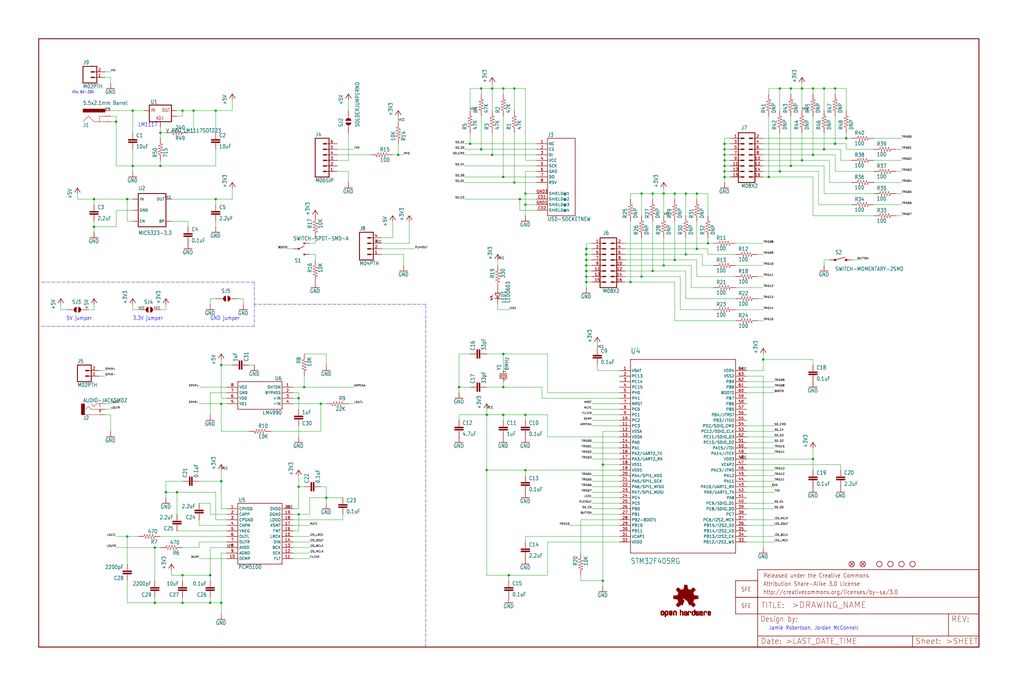
<source format=kicad_sch>
(kicad_sch (version 20211123) (generator eeschema)
  (paper "User" 470.306 317.906)
  (lib_symbols
    (symbol "eagleSchem-eagle-import:+5V" (power)
      (property "Value" "+5V" (at -2.54 -5.08 90))
      (symbol "+5V_1_0"
        (pin power_in line (at 0 -2.54 90) (length 2.54) (name "+5V") (number "1"))
      )
    )
    (symbol "eagleSchem-eagle-import:10UF50V20%(1210)"
      (property "Reference" "C" (at 1.524 2.921 0))
      (property "Value" "10UF50V20%(1210)" (at 1.524 -2.159 0))
      (symbol "10UF50V20%(1210)_1_0"
        (pin passive line (at 0 5.08 270) (length 2.54) (name "1") (number "1"))
        (pin passive line (at 0 -2.54 90) (length 2.54) (name "2") (number "2"))
      )
    )
    (symbol "eagleSchem-eagle-import:1UF-25V-10%(0805)"
      (property "Reference" "C" (at 1.524 2.921 0))
      (property "Value" "1UF-25V-10%(0805)" (at 1.524 -2.159 0))
      (symbol "1UF-25V-10%(0805)_1_0"
        (pin passive line (at 0 5.08 270) (length 2.54) (name "1") (number "1"))
        (pin passive line (at 0 -2.54 90) (length 2.54) (name "2") (number "2"))
      )
    )
    (symbol "eagleSchem-eagle-import:240OHM1{slash}10W1%(0603)"
      (property "Reference" "R" (at -3.81 1.4986 0))
      (property "Value" "240OHM1{slash}10W1%(0603)" (at -3.81 -3.302 0))
      (symbol "240OHM1{slash}10W1%(0603)_1_0"
        (pin passive line (at -5.08 0 0) (length 2.54) (name "1") (number "1"))
        (pin passive line (at 5.08 0 180) (length 2.54) (name "2") (number "2"))
      )
    )
    (symbol "eagleSchem-eagle-import:AUDIO-JACKSMD2"
      (property "Reference" "U" (at -5.08 3.048 0))
      (property "Value" "AUDIO-JACKSMD2" (at -5.08 -5.08 0))
      (symbol "AUDIO-JACKSMD2_1_0"
        (text "L" (at 2.286 -2.286 0) (effects (font (size 1.016 0.8636) (thickness 0.1727) bold) (justify left bottom)))
        (text "R" (at 2.286 0.254 0) (effects (font (size 1.016 0.8636) (thickness 0.1727) bold) (justify left bottom)))
        (pin bidirectional line (at 5.08 0 180) (length 2.54) (name "RIGHT") (number "RING"))
        (pin bidirectional line (at 5.08 2.54 180) (length 2.54) (name "SLEEVE") (number "SLEEVE"))
        (pin bidirectional line (at 5.08 -2.54 180) (length 2.54) (name "LEFT") (number "TIP"))
      )
    )
    (symbol "eagleSchem-eagle-import:CAP0603-CAP"
      (property "Reference" "C" (at 1.524 2.921 0))
      (property "Value" "CAP0603-CAP" (at 1.524 -2.159 0))
      (symbol "CAP0603-CAP_1_0"
        (pin passive line (at 0 5.08 270) (length 2.54) (name "1") (number "1"))
        (pin passive line (at 0 -2.54 90) (length 2.54) (name "2") (number "2"))
      )
    )
    (symbol "eagleSchem-eagle-import:CRYSTALSMD"
      (property "Reference" "Y" (at 2.54 1.016 0))
      (property "Value" "CRYSTALSMD" (at 2.54 -2.54 0))
      (symbol "CRYSTALSMD_1_0"
        (text "1" (at -2.159 -1.143 0) (effects (font (size 0.8636 0.734)) (justify left bottom)))
        (text "2" (at 1.524 -1.143 0) (effects (font (size 0.8636 0.734)) (justify left bottom)))
        (pin passive line (at -2.54 0 0) (length 0) (name "1") (number "1"))
        (pin passive line (at 2.54 0 180) (length 0) (name "2") (number "2"))
      )
    )
    (symbol "eagleSchem-eagle-import:FIDUCIAL1X2")
    (symbol "eagleSchem-eagle-import:FRAME-LEDGER"
      (symbol "FRAME-LEDGER_2_0"
        (text ">DRAWING_NAME" (at 15.494 17.78 0) (effects (font (size 2.7432 2.7432)) (justify left bottom)))
        (text ">LAST_DATE_TIME" (at 12.7 1.27 0) (effects (font (size 2.54 2.54)) (justify left bottom)))
        (text ">SHEET" (at 86.36 1.27 0) (effects (font (size 2.54 2.54)) (justify left bottom)))
        (text "Attribution Share-Alike 3.0 License" (at 2.54 27.94 0) (effects (font (size 1.9304 1.6408)) (justify left bottom)))
        (text "Date:" (at 1.27 1.27 0) (effects (font (size 2.54 2.54)) (justify left bottom)))
        (text "Design by:" (at 1.27 11.43 0) (effects (font (size 2.54 2.159)) (justify left bottom)))
        (text "http://creativecommons.org/licenses/by-sa/3.0" (at 2.54 24.13 0) (effects (font (size 1.9304 1.6408)) (justify left bottom)))
        (text "Released under the Creative Commons" (at 2.54 31.75 0) (effects (font (size 1.9304 1.6408)) (justify left bottom)))
        (text "REV:" (at 88.9 11.43 0) (effects (font (size 2.54 2.54)) (justify left bottom)))
        (text "Sheet:" (at 72.39 1.27 0) (effects (font (size 2.54 2.54)) (justify left bottom)))
        (text "TITLE:" (at 1.524 17.78 0) (effects (font (size 2.54 2.54)) (justify left bottom)))
      )
    )
    (symbol "eagleSchem-eagle-import:GND" (power)
      (property "Value" "GND" (at -2.54 -2.54 0))
      (symbol "GND_1_0"
        (pin power_in line (at 0 2.54 270) (length 2.54) (name "GND") (number "1"))
      )
    )
    (symbol "eagleSchem-eagle-import:LED0603"
      (property "Reference" "LED" (at 3.556 -4.572 90))
      (property "Value" "LED0603" (at 5.715 -4.572 90))
      (symbol "LED0603_1_0"
        (pin passive line (at 0 2.54 270) (length 2.54) (name "A") (number "A"))
        (pin passive line (at 0 -5.08 90) (length 2.54) (name "C") (number "C"))
      )
    )
    (symbol "eagleSchem-eagle-import:LM4990"
      (property "Value" "LM4990" (at -10.16 -10.16 0))
      (symbol "LM4990_1_0"
        (pin bidirectional line (at -15.24 2.54 0) (length 5.08) (name "SHTDN") (number "1"))
        (pin bidirectional line (at -15.24 0 0) (length 5.08) (name "BYPASS") (number "2"))
        (pin bidirectional line (at -15.24 -2.54 0) (length 5.08) (name "+IN") (number "3"))
        (pin bidirectional line (at -15.24 -5.08 0) (length 5.08) (name "-IN") (number "4"))
        (pin bidirectional line (at 15.24 -5.08 180) (length 5.08) (name "VO1") (number "5"))
        (pin bidirectional line (at 15.24 -2.54 180) (length 5.08) (name "VDD") (number "6"))
        (pin bidirectional line (at 15.24 0 180) (length 5.08) (name "GND") (number "7"))
        (pin bidirectional line (at 15.24 2.54 180) (length 5.08) (name "VO2") (number "8"))
      )
    )
    (symbol "eagleSchem-eagle-import:LOGO-SFENEW"
      (symbol "LOGO-SFENEW_1_0"
        (text "SFE" (at 0 0 0) (effects (font (size 1.9304 1.6408)) (justify left bottom)))
      )
    )
    (symbol "eagleSchem-eagle-import:LOGO-SFESK"
      (symbol "LOGO-SFESK_1_0"
        (text "SFE" (at 0 0 0) (effects (font (size 1.9304 1.6408)) (justify left bottom)))
      )
    )
    (symbol "eagleSchem-eagle-import:M02PTH"
      (property "Reference" "JP" (at -2.54 5.842 0))
      (property "Value" "M02PTH" (at -2.54 -5.08 0))
      (symbol "M02PTH_1_0"
        (pin passive line (at 7.62 0 180) (length 5.08) (name "1") (number "1"))
        (pin passive line (at 7.62 2.54 180) (length 5.08) (name "2") (number "2"))
      )
    )
    (symbol "eagleSchem-eagle-import:M04PTH"
      (property "Reference" "JP" (at -5.08 8.382 0))
      (property "Value" "M04PTH" (at -5.08 -7.62 0))
      (symbol "M04PTH_1_0"
        (pin passive line (at 5.08 -2.54 180) (length 5.08) (name "1") (number "1"))
        (pin passive line (at 5.08 0 180) (length 5.08) (name "2") (number "2"))
        (pin passive line (at 5.08 2.54 180) (length 5.08) (name "3") (number "3"))
        (pin passive line (at 5.08 5.08 180) (length 5.08) (name "4") (number "4"))
      )
    )
    (symbol "eagleSchem-eagle-import:M06SIP"
      (property "Reference" "JP" (at -5.08 10.922 0))
      (property "Value" "M06SIP" (at -5.08 -10.16 0))
      (symbol "M06SIP_1_0"
        (pin passive line (at 5.08 -5.08 180) (length 5.08) (name "1") (number "1"))
        (pin passive line (at 5.08 -2.54 180) (length 5.08) (name "2") (number "2"))
        (pin passive line (at 5.08 0 180) (length 5.08) (name "3") (number "3"))
        (pin passive line (at 5.08 2.54 180) (length 5.08) (name "4") (number "4"))
        (pin passive line (at 5.08 5.08 180) (length 5.08) (name "5") (number "5"))
        (pin passive line (at 5.08 7.62 180) (length 5.08) (name "6") (number "6"))
      )
    )
    (symbol "eagleSchem-eagle-import:M08X2"
      (property "Value" "M08X2" (at -2.54 -12.7 0))
      (symbol "M08X2_1_0"
        (pin passive line (at -7.62 10.16 0) (length 5.08) (name "1") (number "1"))
        (pin passive line (at 7.62 0 180) (length 5.08) (name "10") (number "10"))
        (pin passive line (at -7.62 -2.54 0) (length 5.08) (name "11") (number "11"))
        (pin passive line (at 7.62 -2.54 180) (length 5.08) (name "12") (number "12"))
        (pin passive line (at -7.62 -5.08 0) (length 5.08) (name "13") (number "13"))
        (pin passive line (at 7.62 -5.08 180) (length 5.08) (name "14") (number "14"))
        (pin passive line (at -7.62 -7.62 0) (length 5.08) (name "15") (number "15"))
        (pin passive line (at 7.62 -7.62 180) (length 5.08) (name "16") (number "16"))
        (pin passive line (at 7.62 10.16 180) (length 5.08) (name "2") (number "2"))
        (pin passive line (at -7.62 7.62 0) (length 5.08) (name "3") (number "3"))
        (pin passive line (at 7.62 7.62 180) (length 5.08) (name "4") (number "4"))
        (pin passive line (at -7.62 5.08 0) (length 5.08) (name "5") (number "5"))
        (pin passive line (at 7.62 5.08 180) (length 5.08) (name "6") (number "6"))
        (pin passive line (at -7.62 2.54 0) (length 5.08) (name "7") (number "7"))
        (pin passive line (at 7.62 2.54 180) (length 5.08) (name "8") (number "8"))
        (pin passive line (at -7.62 0 0) (length 5.08) (name "9") (number "9"))
      )
    )
    (symbol "eagleSchem-eagle-import:MIC52053.3V"
      (property "Reference" "U" (at -7.62 9.144 0))
      (property "Value" "MIC52053.3V" (at -7.62 -11.43 0))
      (symbol "MIC52053.3V_1_0"
        (pin input line (at -10.16 5.08 0) (length 2.54) (name "IN") (number "1"))
        (pin input line (at -10.16 0 0) (length 2.54) (name "GND") (number "2"))
        (pin input line (at -10.16 -5.08 0) (length 2.54) (name "EN") (number "3"))
        (pin input line (at 7.62 -5.08 180) (length 2.54) (name "BP") (number "4"))
        (pin passive line (at 7.62 5.08 180) (length 2.54) (name "OUT") (number "5"))
      )
    )
    (symbol "eagleSchem-eagle-import:OSHW-LOGOL")
    (symbol "eagleSchem-eagle-import:PCM5100"
      (property "Value" "PCM5100" (at -9.906 -20.066 0))
      (symbol "PCM5100_1_0"
        (pin bidirectional line (at -15.24 7.62 0) (length 5.08) (name "CPVDD") (number "1"))
        (pin bidirectional line (at -15.24 -15.24 0) (length 5.08) (name "DEMP") (number "10"))
        (pin bidirectional line (at 15.24 -15.24 180) (length 5.08) (name "FLT") (number "11"))
        (pin bidirectional line (at 15.24 -12.7 180) (length 5.08) (name "SCK") (number "12"))
        (pin bidirectional line (at 15.24 -10.16 180) (length 5.08) (name "BCK") (number "13"))
        (pin bidirectional line (at 15.24 -7.62 180) (length 5.08) (name "DIN") (number "14"))
        (pin bidirectional line (at 15.24 -5.08 180) (length 5.08) (name "LRCK") (number "15"))
        (pin bidirectional line (at 15.24 -2.54 180) (length 5.08) (name "FMT") (number "16"))
        (pin bidirectional line (at 15.24 0 180) (length 5.08) (name "XSMT") (number "17"))
        (pin bidirectional line (at 15.24 2.54 180) (length 5.08) (name "LDOO") (number "18"))
        (pin bidirectional line (at 15.24 5.08 180) (length 5.08) (name "DGND") (number "19"))
        (pin bidirectional line (at -15.24 5.08 0) (length 5.08) (name "CAPP") (number "2"))
        (pin bidirectional line (at 15.24 7.62 180) (length 5.08) (name "DVDD") (number "20"))
        (pin bidirectional line (at -15.24 2.54 0) (length 5.08) (name "CPGND") (number "3"))
        (pin bidirectional line (at -15.24 0 0) (length 5.08) (name "CAPM") (number "4"))
        (pin bidirectional line (at -15.24 -2.54 0) (length 5.08) (name "VNEG") (number "5"))
        (pin bidirectional line (at -15.24 -5.08 0) (length 5.08) (name "OUTL") (number "6"))
        (pin bidirectional line (at -15.24 -7.62 0) (length 5.08) (name "OUTR") (number "7"))
        (pin bidirectional line (at -15.24 -10.16 0) (length 5.08) (name "AVDD") (number "8"))
        (pin bidirectional line (at -15.24 -12.7 0) (length 5.08) (name "AGND") (number "9"))
      )
    )
    (symbol "eagleSchem-eagle-import:POWER_JACKSMD"
      (property "Reference" "J" (at -10.16 0 0))
      (property "Value" "POWER_JACKSMD" (at -10.16 10.16 0))
      (symbol "POWER_JACKSMD_1_0"
        (pin bidirectional line (at 2.54 5.08 180) (length 2.54) (name "GNDBREAK") (number "GND"))
        (pin bidirectional line (at 2.54 2.54 180) (length 2.54) (name "GND") (number "P$4"))
        (pin bidirectional line (at 2.54 7.62 180) (length 2.54) (name "PWR") (number "VIN0"))
      )
    )
    (symbol "eagleSchem-eagle-import:RESISTOR0603"
      (property "Reference" "R" (at -3.81 1.4986 0))
      (property "Value" "RESISTOR0603" (at -3.81 -3.302 0))
      (symbol "RESISTOR0603_1_0"
        (pin passive line (at -5.08 0 0) (length 2.54) (name "1") (number "1"))
        (pin passive line (at 5.08 0 180) (length 2.54) (name "2") (number "2"))
      )
    )
    (symbol "eagleSchem-eagle-import:RESISTOR0603-RES"
      (property "Reference" "R" (at -3.81 1.4986 0))
      (property "Value" "RESISTOR0603-RES" (at -3.81 -3.302 0))
      (symbol "RESISTOR0603-RES_1_0"
        (pin passive line (at -5.08 0 0) (length 2.54) (name "1") (number "1"))
        (pin passive line (at 5.08 0 180) (length 2.54) (name "2") (number "2"))
      )
    )
    (symbol "eagleSchem-eagle-import:SOLDERJUMPERNO"
      (property "Reference" "SJ" (at -2.54 2.54 0))
      (property "Value" "SOLDERJUMPERNO" (at -2.54 -5.08 0))
      (symbol "SOLDERJUMPERNO_1_0"
        (pin passive line (at -5.08 0 0) (length 2.54) (name "1") (number "1"))
        (pin passive line (at 5.08 0 180) (length 2.54) (name "2") (number "2"))
      )
    )
    (symbol "eagleSchem-eagle-import:SOLDERJUMPERTRACE"
      (property "Reference" "SJ" (at -2.54 2.54 0))
      (property "Value" "SOLDERJUMPERTRACE" (at -2.54 -5.08 0))
      (symbol "SOLDERJUMPERTRACE_1_0"
        (pin passive line (at -5.08 0 0) (length 2.54) (name "1") (number "1"))
        (pin passive line (at 5.08 0 180) (length 2.54) (name "2") (number "2"))
      )
    )
    (symbol "eagleSchem-eagle-import:STAND-OFF")
    (symbol "eagleSchem-eagle-import:STM32F405RG"
      (property "Value" "STM32F405RG" (at -22.86 -48.26 0))
      (symbol "STM32F405RG_1_0"
        (pin bidirectional line (at -27.94 40.64 0) (length 5.08) (name "VBAT") (number "1"))
        (pin bidirectional line (at -27.94 17.78 0) (length 5.08) (name "PC2") (number "10"))
        (pin bidirectional line (at -27.94 15.24 0) (length 5.08) (name "PC3") (number "11"))
        (pin bidirectional line (at -27.94 12.7 0) (length 5.08) (name "VSSA") (number "12"))
        (pin bidirectional line (at -27.94 10.16 0) (length 5.08) (name "VDDA") (number "13"))
        (pin bidirectional line (at -27.94 7.62 0) (length 5.08) (name "PA0") (number "14"))
        (pin bidirectional line (at -27.94 5.08 0) (length 5.08) (name "PA1") (number "15"))
        (pin bidirectional line (at -27.94 2.54 0) (length 5.08) (name "PA2/UART2_TX") (number "16"))
        (pin bidirectional line (at -27.94 0 0) (length 5.08) (name "PA3/UART2_RX") (number "17"))
        (pin bidirectional line (at -27.94 -2.54 0) (length 5.08) (name "VSS1") (number "18"))
        (pin bidirectional line (at -27.94 -5.08 0) (length 5.08) (name "VDD1") (number "19"))
        (pin bidirectional line (at -27.94 38.1 0) (length 5.08) (name "PC13") (number "2"))
        (pin bidirectional line (at -27.94 -7.62 0) (length 5.08) (name "PA4/SPI1_NSS") (number "20"))
        (pin bidirectional line (at -27.94 -10.16 0) (length 5.08) (name "PA5/SPI1_SCK") (number "21"))
        (pin bidirectional line (at -27.94 -12.7 0) (length 5.08) (name "PA6/SPI1_MISO") (number "22"))
        (pin bidirectional line (at -27.94 -15.24 0) (length 5.08) (name "PA7/SPI1_MOSI") (number "23"))
        (pin bidirectional line (at -27.94 -17.78 0) (length 5.08) (name "PC4") (number "24"))
        (pin bidirectional line (at -27.94 -20.32 0) (length 5.08) (name "PC5") (number "25"))
        (pin bidirectional line (at -27.94 -22.86 0) (length 5.08) (name "PB0") (number "26"))
        (pin bidirectional line (at -27.94 -25.4 0) (length 5.08) (name "PB1") (number "27"))
        (pin bidirectional line (at -27.94 -27.94 0) (length 5.08) (name "PB2-BOOT1") (number "28"))
        (pin bidirectional line (at -27.94 -30.48 0) (length 5.08) (name "PB10") (number "29"))
        (pin bidirectional line (at -27.94 35.56 0) (length 5.08) (name "PC14") (number "3"))
        (pin bidirectional line (at -27.94 -33.02 0) (length 5.08) (name "PB11") (number "30"))
        (pin bidirectional line (at -27.94 -35.56 0) (length 5.08) (name "VCAP1") (number "31"))
        (pin bidirectional line (at -27.94 -38.1 0) (length 5.08) (name "VDD2") (number "32"))
        (pin bidirectional line (at 30.48 -38.1 180) (length 5.08) (name "PB12/I2S2_WS") (number "33"))
        (pin bidirectional line (at 30.48 -35.56 180) (length 5.08) (name "PB13/I2S2_CK") (number "34"))
        (pin bidirectional line (at 30.48 -33.02 180) (length 5.08) (name "PB14/I2S2_XD") (number "35"))
        (pin bidirectional line (at 30.48 -30.48 180) (length 5.08) (name "PB15/I2S2_SD") (number "36"))
        (pin bidirectional line (at 30.48 -27.94 180) (length 5.08) (name "PC6/I2S2_MCK") (number "37"))
        (pin bidirectional line (at 30.48 -25.4 180) (length 5.08) (name "PC7") (number "38"))
        (pin bidirectional line (at 30.48 -22.86 180) (length 5.08) (name "PC8/SDIO_D0") (number "39"))
        (pin bidirectional line (at -27.94 33.02 0) (length 5.08) (name "PC15") (number "4"))
        (pin bidirectional line (at 30.48 -20.32 180) (length 5.08) (name "PC9/SDIO_D1") (number "40"))
        (pin bidirectional line (at 30.48 -17.78 180) (length 5.08) (name "PA8") (number "41"))
        (pin bidirectional line (at 30.48 -15.24 180) (length 5.08) (name "PA9/UART1_TX") (number "42"))
        (pin bidirectional line (at 30.48 -12.7 180) (length 5.08) (name "PA10/UART1_RX") (number "43"))
        (pin bidirectional line (at 30.48 -10.16 180) (length 5.08) (name "PA11") (number "44"))
        (pin bidirectional line (at 30.48 -7.62 180) (length 5.08) (name "PA12") (number "45"))
        (pin bidirectional line (at 30.48 -5.08 180) (length 5.08) (name "PA13/JTMS") (number "46"))
        (pin bidirectional line (at 30.48 -2.54 180) (length 5.08) (name "VCAP2") (number "47"))
        (pin bidirectional line (at 30.48 0 180) (length 5.08) (name "VDD3") (number "48"))
        (pin bidirectional line (at 30.48 2.54 180) (length 5.08) (name "PA14/JTCK") (number "49"))
        (pin bidirectional line (at -27.94 30.48 0) (length 5.08) (name "PH0") (number "5"))
        (pin bidirectional line (at 30.48 5.08 180) (length 5.08) (name "PA15/JTDI") (number "50"))
        (pin bidirectional line (at 30.48 7.62 180) (length 5.08) (name "PC10/SDIO_D2") (number "51"))
        (pin bidirectional line (at 30.48 10.16 180) (length 5.08) (name "PC11/SDIO_D3") (number "52"))
        (pin bidirectional line (at 30.48 12.7 180) (length 5.08) (name "PC12/SDIO_CLK") (number "53"))
        (pin bidirectional line (at 30.48 15.24 180) (length 5.08) (name "PD2/SDIO_CMD") (number "54"))
        (pin bidirectional line (at 30.48 17.78 180) (length 5.08) (name "PB3/JTDO") (number "55"))
        (pin bidirectional line (at 30.48 20.32 180) (length 5.08) (name "PB4/JTRST") (number "56"))
        (pin bidirectional line (at 30.48 22.86 180) (length 5.08) (name "PB5") (number "57"))
        (pin bidirectional line (at 30.48 25.4 180) (length 5.08) (name "PB6") (number "58"))
        (pin bidirectional line (at 30.48 27.94 180) (length 5.08) (name "PB7") (number "59"))
        (pin bidirectional line (at -27.94 27.94 0) (length 5.08) (name "PH1") (number "6"))
        (pin bidirectional line (at 30.48 30.48 180) (length 5.08) (name "BOOT0") (number "60"))
        (pin bidirectional line (at 30.48 33.02 180) (length 5.08) (name "PB8") (number "61"))
        (pin bidirectional line (at 30.48 35.56 180) (length 5.08) (name "PB9") (number "62"))
        (pin bidirectional line (at 30.48 38.1 180) (length 5.08) (name "VSS2") (number "63"))
        (pin bidirectional line (at 30.48 40.64 180) (length 5.08) (name "VDD4") (number "64"))
        (pin bidirectional line (at -27.94 25.4 0) (length 5.08) (name "NRST") (number "7"))
        (pin bidirectional line (at -27.94 22.86 0) (length 5.08) (name "PC0") (number "8"))
        (pin bidirectional line (at -27.94 20.32 0) (length 5.08) (name "PC1") (number "9"))
      )
    )
    (symbol "eagleSchem-eagle-import:SWITCH-MOMENTARY-2SMD"
      (property "Reference" "S" (at -2.54 2.54 0))
      (property "Value" "SWITCH-MOMENTARY-2SMD" (at -2.54 -2.54 0))
      (symbol "SWITCH-MOMENTARY-2SMD_1_0"
        (pin passive line (at -5.08 0 0) (length 2.54) (name "1") (number "1"))
        (pin passive line (at 5.08 0 180) (length 2.54) (name "2") (number "3"))
      )
    )
    (symbol "eagleSchem-eagle-import:SWITCH-SPDT-SMD-A"
      (property "Reference" "S" (at -1.905 -6.35 0))
      (property "Value" "SWITCH-SPDT-SMD-A" (at -2.54 3.81 0))
      (symbol "SWITCH-SPDT-SMD-A_1_0"
        (pin passive line (at 5.08 2.54 180) (length 2.54) (name "O") (number "1"))
        (pin passive line (at -2.54 0 0) (length 2.54) (name "P") (number "2"))
        (pin passive line (at 5.08 -2.54 180) (length 2.54) (name "S") (number "3"))
      )
    )
    (symbol "eagleSchem-eagle-import:USD-SOCKETNEW"
      (property "Reference" "U" (at -2.54 15.748 0))
      (property "Value" "USD-SOCKETNEW" (at -2.54 -22.86 0))
      (symbol "USD-SOCKETNEW_1_0"
        (pin bidirectional line (at -7.62 12.7 0) (length 5.08) (name "NC") (number "1"))
        (pin bidirectional line (at -7.62 10.16 0) (length 5.08) (name "CS") (number "2"))
        (pin bidirectional line (at -7.62 7.62 0) (length 5.08) (name "DI") (number "3"))
        (pin bidirectional line (at -7.62 5.08 0) (length 5.08) (name "VCC") (number "4"))
        (pin bidirectional line (at -7.62 2.54 0) (length 5.08) (name "SCK") (number "5"))
        (pin bidirectional line (at -7.62 0 0) (length 5.08) (name "GND") (number "6"))
        (pin bidirectional line (at -7.62 -2.54 0) (length 5.08) (name "DO") (number "7"))
        (pin bidirectional line (at -7.62 -5.08 0) (length 5.08) (name "RSV") (number "8"))
        (pin bidirectional line (at -7.62 -12.7 0) (length 5.08) (name "SHIELD@2") (number "CD1"))
        (pin bidirectional line (at -7.62 -17.78 0) (length 5.08) (name "SHIELD@4") (number "CD2"))
        (pin bidirectional line (at -7.62 -15.24 0) (length 5.08) (name "SHIELD@3") (number "GND1"))
        (pin bidirectional line (at -7.62 -10.16 0) (length 5.08) (name "SHIELD@1") (number "GND3"))
      )
    )
    (symbol "eagleSchem-eagle-import:VCC" (power)
      (property "Value" "VCC" (at -2.54 -2.54 90))
      (symbol "VCC_1_0"
        (pin power_in line (at 0 -2.54 90) (length 2.54) (name "VCC") (number "1"))
      )
    )
    (symbol "eagleSchem-eagle-import:V_REG_LM1117SOT223"
      (property "Reference" "IC" (at 2.54 -7.62 0))
      (property "Value" "V_REG_LM1117SOT223" (at 2.54 -10.16 0))
      (symbol "V_REG_LM1117SOT223_1_0"
        (text "ADJ" (at -2.032 -4.318 0) (effects (font (size 1.524 1.2954)) (justify left bottom)))
        (text "IN" (at -4.445 -0.635 0) (effects (font (size 1.524 1.2954)) (justify left bottom)))
        (text "OUT" (at 0.635 -0.635 0) (effects (font (size 1.524 1.2954)) (justify left bottom)))
        (pin input line (at 0 -7.62 90) (length 2.54) (name "ADJ") (number "1"))
        (pin output line (at 7.62 0 180) (length 2.54) (name "OUT") (number "2"))
        (pin input line (at -7.62 0 0) (length 2.54) (name "IN") (number "3"))
        (pin output line (at 7.62 -2.54 180) (length 2.54) (name "OUT@1") (number "4"))
      )
    )
  )
  (junction (at 368.3 40.64))
  (junction (at 223.52 190.5))
  (junction (at 139.7 177.8))
  (junction (at 314.96 116.84))
  (junction (at 294.64 127))
  (junction (at 358.14 40.64))
  (junction (at 238.76 91.44))
  (junction (at 101.6 276.86))
  (junction (at 231.14 162.56))
  (junction (at 137.16 182.88))
  (junction (at 373.38 210.82))
  (junction (at 299.72 124.46))
  (junction (at 368.3 73.66))
  (junction (at 276.86 213.36))
  (junction (at 233.68 264.16))
  (junction (at 43.18 104.14))
  (junction (at 294.64 88.9))
  (junction (at 99.06 91.44))
  (junction (at 58.42 91.44))
  (junction (at 137.16 236.22))
  (junction (at 309.88 88.9))
  (junction (at 43.18 91.44))
  (junction (at 88.9 50.8))
  (junction (at 269.24 129.54))
  (junction (at 73.66 76.2))
  (junction (at 241.3 215.9))
  (junction (at 101.6 220.98))
  (junction (at 71.12 276.86))
  (junction (at 73.66 60.96))
  (junction (at 388.62 63.5))
  (junction (at 332.74 68.58))
  (junction (at 378.46 40.64))
  (junction (at 241.3 190.5))
  (junction (at 226.06 40.64))
  (junction (at 71.12 251.46))
  (junction (at 332.74 66.04))
  (junction (at 332.74 71.12))
  (junction (at 383.54 40.64))
  (junction (at 332.74 76.2))
  (junction (at 332.74 81.28))
  (junction (at 269.24 124.46))
  (junction (at 231.14 177.8))
  (junction (at 309.88 119.38))
  (junction (at 332.74 73.66))
  (junction (at 137.16 223.52))
  (junction (at 231.14 81.28))
  (junction (at 231.14 40.64))
  (junction (at 320.04 88.9))
  (junction (at 314.96 88.9))
  (junction (at 241.3 93.98))
  (junction (at 241.3 88.9))
  (junction (at 378.46 68.58))
  (junction (at 83.82 264.16))
  (junction (at 231.14 190.5))
  (junction (at 332.74 78.74))
  (junction (at 96.52 276.86))
  (junction (at 220.98 40.64))
  (junction (at 76.2 226.06))
  (junction (at 60.96 76.2))
  (junction (at 373.38 71.12))
  (junction (at 149.86 228.6))
  (junction (at 81.28 226.06))
  (junction (at 83.82 276.86))
  (junction (at 269.24 116.84))
  (junction (at 325.12 111.76))
  (junction (at 53.34 55.88))
  (junction (at 215.9 66.04))
  (junction (at 358.14 78.74))
  (junction (at 363.22 40.64))
  (junction (at 383.54 66.04))
  (junction (at 304.8 121.92))
  (junction (at 353.06 81.28))
  (junction (at 289.56 129.54))
  (junction (at 320.04 114.3))
  (junction (at 363.22 76.2))
  (junction (at 299.72 88.9))
  (junction (at 373.38 40.64))
  (junction (at 182.88 71.12))
  (junction (at 226.06 71.12))
  (junction (at 269.24 114.3))
  (junction (at 60.96 50.8))
  (junction (at 269.24 121.92))
  (junction (at 223.52 215.9))
  (junction (at 276.86 266.7))
  (junction (at 269.24 127))
  (junction (at 101.6 185.42))
  (junction (at 350.52 165.1))
  (junction (at 101.6 167.64))
  (junction (at 96.52 264.16))
  (junction (at 236.22 40.64))
  (junction (at 269.24 119.38))
  (junction (at 83.82 50.8))
  (junction (at 220.98 68.58))
  (junction (at 58.42 246.38))
  (junction (at 99.06 50.8))
  (junction (at 304.8 88.9))
  (junction (at 147.32 185.42))
  (junction (at 236.22 83.82))
  (junction (at 210.82 177.8))
  (polyline (pts (xy 116.84 129.54) (xy 19.05 129.54)))
  (wire (pts (xy 314.96 99.06) (xy 314.96 88.9)))
  (wire (pts (xy 99.06 76.2) (xy 99.06 68.58)))
  (wire (pts (xy 332.74 68.58) (xy 332.74 71.12)))
  (wire (pts (xy 284.48 195.58) (xy 271.78 195.58)))
  (wire (pts (xy 274.32 160.02) (xy 274.32 157.48)))
  (wire (pts (xy 220.98 53.34) (xy 220.98 68.58)))
  (wire (pts (xy 284.48 248.92) (xy 251.46 248.92)))
  (wire (pts (xy 411.48 99.06) (xy 414.02 99.06)))
  (wire (pts (xy 383.54 53.34) (xy 383.54 66.04)))
  (wire (pts (xy 246.38 66.04) (xy 215.9 66.04)))
  (wire (pts (xy 325.12 111.76) (xy 327.66 111.76)))
  (wire (pts (xy 144.78 109.22) (xy 144.78 111.76)))
  (wire (pts (xy 335.28 76.2) (xy 332.74 76.2)))
  (wire (pts (xy 99.06 101.6) (xy 99.06 104.14)))
  (wire (pts (xy 317.5 132.08) (xy 327.66 132.08)))
  (wire (pts (xy 271.78 114.3) (xy 269.24 114.3)))
  (wire (pts (xy 96.52 236.22) (xy 96.52 231.14)))
  (wire (pts (xy 335.28 63.5) (xy 332.74 63.5)))
  (wire (pts (xy 266.7 266.7) (xy 276.86 266.7)))
  (wire (pts (xy 287.02 121.92) (xy 304.8 121.92)))
  (wire (pts (xy 287.02 119.38) (xy 309.88 119.38)))
  (wire (pts (xy 381 73.66) (xy 381 83.82)))
  (wire (pts (xy 342.9 200.66) (xy 355.6 200.66)))
  (wire (pts (xy 71.12 276.86) (xy 58.42 276.86)))
  (wire (pts (xy 160.02 60.96) (xy 160.02 73.66)))
  (wire (pts (xy 368.3 50.8) (xy 368.3 40.64)))
  (wire (pts (xy 106.68 91.44) (xy 106.68 86.36)))
  (wire (pts (xy 251.46 180.34) (xy 284.48 180.34)))
  (wire (pts (xy 241.3 73.66) (xy 246.38 73.66)))
  (wire (pts (xy 388.62 68.58) (xy 401.32 68.58)))
  (wire (pts (xy 58.42 91.44) (xy 60.96 91.44)))
  (wire (pts (xy 99.06 226.06) (xy 81.28 226.06)))
  (wire (pts (xy 40.64 142.24) (xy 43.18 142.24)))
  (wire (pts (xy 353.06 81.28) (xy 373.38 81.28)))
  (wire (pts (xy 241.3 78.74) (xy 241.3 88.9)))
  (wire (pts (xy 266.7 264.16) (xy 266.7 266.7)))
  (wire (pts (xy 83.82 276.86) (xy 96.52 276.86)))
  (polyline (pts (xy 116.84 149.86) (xy 19.05 149.86)))
  (wire (pts (xy 342.9 198.12) (xy 355.6 198.12)))
  (wire (pts (xy 96.52 264.16) (xy 96.52 266.7)))
  (wire (pts (xy 226.06 38.1) (xy 226.06 40.64)))
  (wire (pts (xy 386.08 68.58) (xy 386.08 73.66)))
  (wire (pts (xy 106.68 50.8) (xy 106.68 45.72)))
  (wire (pts (xy 73.66 76.2) (xy 73.66 73.66)))
  (wire (pts (xy 180.34 109.22) (xy 180.34 101.6)))
  (wire (pts (xy 137.16 223.52) (xy 139.7 223.52)))
  (wire (pts (xy 309.88 88.9) (xy 314.96 88.9)))
  (wire (pts (xy 350.52 63.5) (xy 388.62 63.5)))
  (wire (pts (xy 233.68 266.7) (xy 233.68 264.16)))
  (wire (pts (xy 154.94 68.58) (xy 162.56 68.58)))
  (wire (pts (xy 378.46 50.8) (xy 378.46 40.64)))
  (wire (pts (xy 332.74 66.04) (xy 332.74 68.58)))
  (wire (pts (xy 134.62 233.68) (xy 137.16 233.68)))
  (wire (pts (xy 284.48 233.68) (xy 271.78 233.68)))
  (wire (pts (xy 386.08 213.36) (xy 386.08 215.9)))
  (wire (pts (xy 347.98 147.32) (xy 350.52 147.32)))
  (wire (pts (xy 96.52 190.5) (xy 96.52 180.34)))
  (wire (pts (xy 320.04 114.3) (xy 325.12 114.3)))
  (wire (pts (xy 76.2 142.24) (xy 76.2 139.7)))
  (wire (pts (xy 231.14 177.8) (xy 223.52 177.8)))
  (wire (pts (xy 50.8 35.56) (xy 50.8 38.1)))
  (wire (pts (xy 251.46 190.5) (xy 251.46 200.66)))
  (wire (pts (xy 342.9 233.68) (xy 355.6 233.68)))
  (wire (pts (xy 228.6 142.24) (xy 233.68 142.24)))
  (wire (pts (xy 373.38 210.82) (xy 373.38 205.74)))
  (wire (pts (xy 271.78 205.74) (xy 284.48 205.74)))
  (wire (pts (xy 246.38 93.98) (xy 241.3 93.98)))
  (wire (pts (xy 320.04 88.9) (xy 320.04 91.44)))
  (wire (pts (xy 246.38 91.44) (xy 238.76 91.44)))
  (wire (pts (xy 342.9 175.26) (xy 355.6 175.26)))
  (wire (pts (xy 284.48 185.42) (xy 271.78 185.42)))
  (wire (pts (xy 320.04 88.9) (xy 325.12 88.9)))
  (wire (pts (xy 287.02 114.3) (xy 320.04 114.3)))
  (wire (pts (xy 401.32 73.66) (xy 414.02 73.66)))
  (wire (pts (xy 71.12 251.46) (xy 53.34 251.46)))
  (wire (pts (xy 187.96 111.76) (xy 187.96 101.6)))
  (wire (pts (xy 342.9 238.76) (xy 355.6 238.76)))
  (wire (pts (xy 332.74 63.5) (xy 332.74 66.04)))
  (wire (pts (xy 269.24 119.38) (xy 269.24 121.92)))
  (wire (pts (xy 81.28 50.8) (xy 83.82 50.8)))
  (wire (pts (xy 149.86 228.6) (xy 157.48 228.6)))
  (wire (pts (xy 271.78 203.2) (xy 284.48 203.2)))
  (wire (pts (xy 332.74 73.66) (xy 332.74 76.2)))
  (wire (pts (xy 78.74 264.16) (xy 78.74 261.62)))
  (wire (pts (xy 157.48 238.76) (xy 157.48 236.22)))
  (wire (pts (xy 381 119.38) (xy 378.46 119.38)))
  (wire (pts (xy 210.82 177.8) (xy 210.82 162.56)))
  (wire (pts (xy 137.16 180.34) (xy 137.16 182.88)))
  (wire (pts (xy 309.88 129.54) (xy 309.88 147.32)))
  (wire (pts (xy 226.06 71.12) (xy 213.36 71.12)))
  (wire (pts (xy 147.32 223.52) (xy 149.86 223.52)))
  (wire (pts (xy 134.62 254) (xy 142.24 254)))
  (wire (pts (xy 91.44 248.92) (xy 91.44 251.46)))
  (wire (pts (xy 101.6 167.64) (xy 101.6 165.1)))
  (wire (pts (xy 368.3 40.64) (xy 368.3 38.1)))
  (wire (pts (xy 139.7 162.56) (xy 149.86 162.56)))
  (wire (pts (xy 104.14 254) (xy 101.6 254)))
  (wire (pts (xy 27.94 142.24) (xy 27.94 139.7)))
  (wire (pts (xy 342.9 177.8) (xy 355.6 177.8)))
  (wire (pts (xy 99.06 93.98) (xy 99.06 91.44)))
  (wire (pts (xy 337.82 121.92) (xy 350.52 121.92)))
  (wire (pts (xy 246.38 76.2) (xy 213.36 76.2)))
  (wire (pts (xy 287.02 111.76) (xy 325.12 111.76)))
  (wire (pts (xy 134.62 236.22) (xy 137.16 236.22)))
  (wire (pts (xy 322.58 116.84) (xy 322.58 121.92)))
  (wire (pts (xy 284.48 187.96) (xy 271.78 187.96)))
  (wire (pts (xy 45.72 172.72) (xy 48.26 172.72)))
  (wire (pts (xy 86.36 101.6) (xy 86.36 104.14)))
  (wire (pts (xy 231.14 190.5) (xy 241.3 190.5)))
  (wire (pts (xy 104.14 185.42) (xy 101.6 185.42)))
  (wire (pts (xy 223.52 190.5) (xy 231.14 190.5)))
  (wire (pts (xy 83.82 274.32) (xy 83.82 276.86)))
  (wire (pts (xy 48.26 187.96) (xy 50.8 187.96)))
  (wire (pts (xy 317.5 121.92) (xy 317.5 132.08)))
  (wire (pts (xy 368.3 73.66) (xy 381 73.66)))
  (wire (pts (xy 401.32 83.82) (xy 414.02 83.82)))
  (wire (pts (xy 335.28 68.58) (xy 332.74 68.58)))
  (wire (pts (xy 271.78 226.06) (xy 284.48 226.06)))
  (wire (pts (xy 96.52 231.14) (xy 91.44 231.14)))
  (wire (pts (xy 342.9 248.92) (xy 355.6 248.92)))
  (wire (pts (xy 335.28 78.74) (xy 332.74 78.74)))
  (wire (pts (xy 101.6 233.68) (xy 104.14 233.68)))
  (wire (pts (xy 304.8 99.06) (xy 304.8 88.9)))
  (wire (pts (xy 284.48 241.3) (xy 261.62 241.3)))
  (wire (pts (xy 162.56 177.8) (xy 139.7 177.8)))
  (wire (pts (xy 294.64 88.9) (xy 299.72 88.9)))
  (wire (pts (xy 231.14 170.18) (xy 231.14 162.56)))
  (wire (pts (xy 363.22 53.34) (xy 363.22 76.2)))
  (wire (pts (xy 236.22 83.82) (xy 213.36 83.82)))
  (wire (pts (xy 276.86 198.12) (xy 276.86 213.36)))
  (wire (pts (xy 96.52 137.16) (xy 96.52 139.7)))
  (wire (pts (xy 241.3 88.9) (xy 241.3 93.98)))
  (wire (pts (xy 53.34 53.34) (xy 53.34 55.88)))
  (wire (pts (xy 368.3 40.64) (xy 373.38 40.64)))
  (wire (pts (xy 373.38 43.18) (xy 373.38 40.64)))
  (wire (pts (xy 284.48 246.38) (xy 241.3 246.38)))
  (wire (pts (xy 60.96 96.52) (xy 53.34 96.52)))
  (wire (pts (xy 91.44 238.76) (xy 91.44 241.3)))
  (wire (pts (xy 314.96 137.16) (xy 337.82 137.16)))
  (wire (pts (xy 66.04 50.8) (xy 60.96 50.8)))
  (wire (pts (xy 88.9 60.96) (xy 88.9 50.8)))
  (wire (pts (xy 284.48 231.14) (xy 271.78 231.14)))
  (wire (pts (xy 287.02 129.54) (xy 289.56 129.54)))
  (wire (pts (xy 269.24 124.46) (xy 269.24 127)))
  (wire (pts (xy 139.7 177.8) (xy 134.62 177.8)))
  (wire (pts (xy 342.9 203.2) (xy 355.6 203.2)))
  (wire (pts (xy 342.9 170.18) (xy 350.52 170.18)))
  (polyline (pts (xy 116.84 139.7) (xy 116.84 149.86)))
  (wire (pts (xy 325.12 114.3) (xy 325.12 116.84)))
  (wire (pts (xy 271.78 223.52) (xy 284.48 223.52)))
  (wire (pts (xy 271.78 111.76) (xy 269.24 111.76)))
  (wire (pts (xy 350.52 78.74) (xy 358.14 78.74)))
  (wire (pts (xy 358.14 50.8) (xy 358.14 40.64)))
  (wire (pts (xy 137.16 195.58) (xy 137.16 200.66)))
  (wire (pts (xy 350.52 165.1) (xy 350.52 162.56)))
  (wire (pts (xy 347.98 116.84) (xy 350.52 116.84)))
  (wire (pts (xy 220.98 43.18) (xy 220.98 40.64)))
  (wire (pts (xy 241.3 218.44) (xy 241.3 215.9)))
  (wire (pts (xy 101.6 254) (xy 101.6 276.86)))
  (wire (pts (xy 175.26 116.84) (xy 185.42 116.84)))
  (wire (pts (xy 226.06 50.8) (xy 226.06 40.64)))
  (wire (pts (xy 48.26 35.56) (xy 50.8 35.56)))
  (wire (pts (xy 175.26 111.76) (xy 187.96 111.76)))
  (wire (pts (xy 185.42 116.84) (xy 185.42 121.92)))
  (wire (pts (xy 241.3 246.38) (xy 241.3 248.92)))
  (wire (pts (xy 363.22 40.64) (xy 368.3 40.64)))
  (wire (pts (xy 58.42 276.86) (xy 58.42 266.7)))
  (wire (pts (xy 104.14 177.8) (xy 91.44 177.8)))
  (wire (pts (xy 147.32 198.12) (xy 124.46 198.12)))
  (wire (pts (xy 99.06 137.16) (xy 96.52 137.16)))
  (wire (pts (xy 373.38 53.34) (xy 373.38 71.12)))
  (wire (pts (xy 388.62 40.64) (xy 388.62 50.8)))
  (wire (pts (xy 30.48 142.24) (xy 27.94 142.24)))
  (wire (pts (xy 246.38 68.58) (xy 220.98 68.58)))
  (wire (pts (xy 53.34 96.52) (xy 53.34 104.14)))
  (wire (pts (xy 342.9 180.34) (xy 355.6 180.34)))
  (wire (pts (xy 342.9 231.14) (xy 355.6 231.14)))
  (polyline (pts (xy 116.84 129.54) (xy 116.84 139.7)))
  (wire (pts (xy 320.04 101.6) (xy 320.04 114.3)))
  (wire (pts (xy 134.62 246.38) (xy 142.24 246.38)))
  (wire (pts (xy 104.14 238.76) (xy 99.06 238.76)))
  (wire (pts (xy 401.32 63.5) (xy 414.02 63.5)))
  (wire (pts (xy 332.74 81.28) (xy 332.74 83.82)))
  (wire (pts (xy 96.52 276.86) (xy 101.6 276.86)))
  (wire (pts (xy 149.86 185.42) (xy 147.32 185.42)))
  (wire (pts (xy 182.88 66.04) (xy 182.88 71.12)))
  (wire (pts (xy 304.8 88.9) (xy 309.88 88.9)))
  (wire (pts (xy 378.46 88.9) (xy 401.32 88.9)))
  (wire (pts (xy 83.82 276.86) (xy 71.12 276.86)))
  (wire (pts (xy 175.26 114.3) (xy 190.5 114.3)))
  (wire (pts (xy 335.28 81.28) (xy 332.74 81.28)))
  (wire (pts (xy 320.04 127) (xy 337.82 127)))
  (wire (pts (xy 231.14 53.34) (xy 231.14 81.28)))
  (wire (pts (xy 83.82 53.34) (xy 83.82 50.8)))
  (wire (pts (xy 101.6 215.9) (xy 101.6 220.98)))
  (wire (pts (xy 215.9 50.8) (xy 215.9 40.64)))
  (wire (pts (xy 322.58 121.92) (xy 327.66 121.92)))
  (wire (pts (xy 309.88 91.44) (xy 309.88 88.9)))
  (wire (pts (xy 373.38 71.12) (xy 383.54 71.12)))
  (wire (pts (xy 231.14 193.04) (xy 231.14 190.5)))
  (wire (pts (xy 134.62 256.54) (xy 142.24 256.54)))
  (wire (pts (xy 353.06 43.18) (xy 353.06 40.64)))
  (wire (pts (xy 294.64 127) (xy 312.42 127)))
  (wire (pts (xy 238.76 96.52) (xy 238.76 91.44)))
  (wire (pts (xy 350.52 73.66) (xy 368.3 73.66)))
  (wire (pts (xy 335.28 66.04) (xy 332.74 66.04)))
  (wire (pts (xy 289.56 101.6) (xy 289.56 129.54)))
  (wire (pts (xy 114.3 198.12) (xy 101.6 198.12)))
  (wire (pts (xy 43.18 104.14) (xy 43.18 106.68)))
  (wire (pts (xy 337.82 111.76) (xy 350.52 111.76)))
  (wire (pts (xy 284.48 193.04) (xy 271.78 193.04)))
  (wire (pts (xy 154.94 71.12) (xy 170.18 71.12)))
  (wire (pts (xy 147.32 185.42) (xy 134.62 185.42)))
  (wire (pts (xy 251.46 248.92) (xy 251.46 264.16)))
  (wire (pts (xy 378.46 119.38) (xy 378.46 121.92)))
  (wire (pts (xy 228.6 139.7) (xy 228.6 142.24)))
  (wire (pts (xy 373.38 210.82) (xy 373.38 215.9)))
  (wire (pts (xy 71.12 266.7) (xy 71.12 251.46)))
  (polyline (pts (xy 195.58 297.18) (xy 195.58 139.7)))
  (wire (pts (xy 284.48 228.6) (xy 271.78 228.6)))
  (wire (pts (xy 104.14 256.54) (xy 91.44 256.54)))
  (wire (pts (xy 350.52 71.12) (xy 373.38 71.12)))
  (wire (pts (xy 269.24 114.3) (xy 269.24 116.84)))
  (wire (pts (xy 358.14 60.96) (xy 358.14 78.74)))
  (wire (pts (xy 210.82 162.56) (xy 215.9 162.56)))
  (wire (pts (xy 378.46 68.58) (xy 386.08 68.58)))
  (wire (pts (xy 91.44 251.46) (xy 83.82 251.46)))
  (wire (pts (xy 137.16 236.22) (xy 142.24 236.22)))
  (wire (pts (xy 137.16 182.88) (xy 137.16 187.96)))
  (wire (pts (xy 226.06 60.96) (xy 226.06 71.12)))
  (wire (pts (xy 88.9 50.8) (xy 99.06 50.8)))
  (wire (pts (xy 81.28 53.34) (xy 83.82 53.34)))
  (wire (pts (xy 101.6 276.86) (xy 101.6 281.94)))
  (wire (pts (xy 274.32 170.18) (xy 284.48 170.18)))
  (wire (pts (xy 160.02 45.72) (xy 160.02 50.8)))
  (wire (pts (xy 342.9 246.38) (xy 355.6 246.38)))
  (wire (pts (xy 320.04 119.38) (xy 320.04 127)))
  (wire (pts (xy 335.28 73.66) (xy 332.74 73.66)))
  (wire (pts (xy 60.96 76.2) (xy 73.66 76.2)))
  (wire (pts (xy 325.12 109.22) (xy 325.12 111.76)))
  (wire (pts (xy 350.52 172.72) (xy 350.52 251.46)))
  (wire (pts (xy 350.52 68.58) (xy 378.46 68.58)))
  (wire (pts (xy 314.96 109.22) (xy 314.96 116.84)))
  (wire (pts (xy 50.8 50.8) (xy 60.96 50.8)))
  (wire (pts (xy 96.52 180.34) (xy 104.14 180.34)))
  (wire (pts (xy 353.06 40.64) (xy 358.14 40.64)))
  (wire (pts (xy 43.18 142.24) (xy 43.18 139.7)))
  (wire (pts (xy 91.44 220.98) (xy 101.6 220.98)))
  (wire (pts (xy 63.5 246.38) (xy 58.42 246.38)))
  (wire (pts (xy 386.08 73.66) (xy 391.16 73.66)))
  (wire (pts (xy 271.78 208.28) (xy 284.48 208.28)))
  (wire (pts (xy 73.66 76.2) (xy 99.06 76.2)))
  (wire (pts (xy 86.36 60.96) (xy 88.9 60.96)))
  (wire (pts (xy 71.12 274.32) (xy 71.12 276.86)))
  (wire (pts (xy 304.8 109.22) (xy 304.8 121.92)))
  (wire (pts (xy 83.82 50.8) (xy 88.9 50.8)))
  (wire (pts (xy 96.52 274.32) (xy 96.52 276.86)))
  (wire (pts (xy 383.54 71.12) (xy 383.54 78.74)))
  (wire (pts (xy 73.66 251.46) (xy 71.12 251.46)))
  (wire (pts (xy 332.74 71.12) (xy 332.74 73.66)))
  (wire (pts (xy 142.24 236.22) (xy 142.24 228.6)))
  (wire (pts (xy 358.14 40.64) (xy 363.22 40.64)))
  (wire (pts (xy 76.2 220.98) (xy 76.2 226.06)))
  (wire (pts (xy 53.34 76.2) (xy 60.96 76.2)))
  (wire (pts (xy 226.06 40.64) (xy 231.14 40.64)))
  (wire (pts (xy 411.48 68.58) (xy 414.02 68.58)))
  (wire (pts (xy 132.08 114.3) (xy 134.62 114.3)))
  (wire (pts (xy 383.54 66.04) (xy 388.62 66.04)))
  (wire (pts (xy 160.02 185.42) (xy 162.56 185.42)))
  (wire (pts (xy 35.56 91.44) (xy 43.18 91.44)))
  (wire (pts (xy 246.38 96.52) (xy 238.76 96.52)))
  (wire (pts (xy 60.96 76.2) (xy 60.96 78.74)))
  (wire (pts (xy 231.14 175.26) (xy 231.14 177.8)))
  (wire (pts (xy 223.52 264.16) (xy 223.52 215.9)))
  (wire (pts (xy 314.96 88.9) (xy 320.04 88.9)))
  (wire (pts (xy 248.92 177.8) (xy 231.14 177.8)))
  (wire (pts (xy 78.74 91.44) (xy 99.06 91.44)))
  (wire (pts (xy 347.98 137.16) (xy 350.52 137.16)))
  (wire (pts (xy 241.3 93.98) (xy 241.3 99.06)))
  (wire (pts (xy 215.9 60.96) (xy 215.9 66.04)))
  (wire (pts (xy 50.8 53.34) (xy 53.34 53.34)))
  (wire (pts (xy 241.3 193.04) (xy 241.3 190.5)))
  (wire (pts (xy 314.96 124.46) (xy 314.96 137.16)))
  (wire (pts (xy 388.62 66.04) (xy 388.62 68.58)))
  (wire (pts (xy 210.82 190.5) (xy 223.52 190.5)))
  (wire (pts (xy 388.62 63.5) (xy 391.16 63.5)))
  (wire (pts (xy 106.68 50.8) (xy 99.06 50.8)))
  (wire (pts (xy 111.76 137.16) (xy 111.76 139.7)))
  (wire (pts (xy 388.62 60.96) (xy 388.62 63.5)))
  (polyline (pts (xy 195.58 139.7) (xy 116.84 139.7)))
  (wire (pts (xy 342.9 205.74) (xy 355.6 205.74)))
  (wire (pts (xy 134.62 241.3) (xy 142.24 241.3)))
  (wire (pts (xy 50.8 55.88) (xy 53.34 55.88)))
  (wire (pts (xy 373.38 81.28) (xy 373.38 99.06)))
  (wire (pts (xy 45.72 170.18) (xy 48.26 170.18)))
  (wire (pts (xy 96.52 264.16) (xy 83.82 264.16)))
  (wire (pts (xy 383.54 40.64) (xy 383.54 43.18)))
  (wire (pts (xy 144.78 116.84) (xy 142.24 116.84)))
  (wire (pts (xy 215.9 40.64) (xy 220.98 40.64)))
  (wire (pts (xy 106.68 167.64) (xy 101.6 167.64)))
  (wire (pts (xy 53.34 55.88) (xy 53.34 76.2)))
  (wire (pts (xy 350.52 76.2) (xy 363.22 76.2)))
  (wire (pts (xy 96.52 251.46) (xy 96.52 264.16)))
  (wire (pts (xy 83.82 264.16) (xy 83.82 266.7)))
  (wire (pts (xy 350.52 81.28) (xy 353.06 81.28)))
  (wire (pts (xy 294.64 99.06) (xy 294.64 88.9)))
  (wire (pts (xy 134.62 251.46) (xy 142.24 251.46)))
  (wire (pts (xy 220.98 40.64) (xy 226.06 40.64)))
  (wire (pts (xy 246.38 81.28) (xy 231.14 81.28)))
  (wire (pts (xy 58.42 246.38) (xy 53.34 246.38)))
  (wire (pts (xy 363.22 76.2) (xy 378.46 76.2)))
  (wire (pts (xy 81.28 243.84) (xy 104.14 243.84)))
  (wire (pts (xy 246.38 71.12) (xy 226.06 71.12)))
  (wire (pts (xy 104.14 182.88) (xy 101.6 182.88)))
  (wire (pts (xy 373.38 165.1) (xy 373.38 167.64)))
  (wire (pts (xy 241.3 215.9) (xy 284.48 215.9)))
  (wire (pts (xy 43.18 91.44) (xy 58.42 91.44)))
  (wire (pts (xy 335.28 71.12) (xy 332.74 71.12)))
  (wire (pts (xy 233.68 264.16) (xy 223.52 264.16)))
  (wire (pts (xy 101.6 220.98) (xy 101.6 233.68)))
  (wire (pts (xy 76.2 226.06) (xy 76.2 228.6)))
  (wire (pts (xy 139.7 177.8) (xy 139.7 172.72)))
  (wire (pts (xy 375.92 93.98) (xy 391.16 93.98)))
  (wire (pts (xy 73.66 63.5) (xy 73.66 60.96)))
  (wire (pts (xy 332.74 76.2) (xy 332.74 78.74)))
  (wire (pts (xy 309.88 119.38) (xy 320.04 119.38)))
  (wire (pts (xy 287.02 124.46) (xy 299.72 124.46)))
  (wire (pts (xy 289.56 129.54) (xy 309.88 129.54)))
  (wire (pts (xy 271.78 121.92) (xy 269.24 121.92)))
  (wire (pts (xy 299.72 101.6) (xy 299.72 124.46)))
  (wire (pts (xy 241.3 40.64) (xy 241.3 73.66)))
  (wire (pts (xy 284.48 236.22) (xy 271.78 236.22)))
  (wire (pts (xy 373.38 40.64) (xy 378.46 40.64)))
  (wire (pts (xy 99.06 91.44) (xy 106.68 91.44)))
  (wire (pts (xy 91.44 241.3) (xy 104.14 241.3)))
  (wire (pts (xy 350.52 66.04) (xy 383.54 66.04)))
  (wire (pts (xy 134.62 182.88) (xy 137.16 182.88)))
  (wire (pts (xy 284.48 238.76) (xy 266.7 238.76)))
  (wire (pts (xy 83.82 220.98) (xy 76.2 220.98)))
  (wire (pts (xy 76.2 60.96) (xy 73.66 60.96)))
  (wire (pts (xy 99.06 50.8) (xy 99.06 60.96)))
  (wire (pts (xy 269.24 111.76) (xy 269.24 114.3)))
  (wire (pts (xy 312.42 127) (xy 312.42 142.24)))
  (wire (pts (xy 276.86 213.36) (xy 276.86 266.7)))
  (wire (pts (xy 342.9 215.9) (xy 355.6 215.9)))
  (wire (pts (xy 81.28 226.06) (xy 76.2 226.06)))
  (wire (pts (xy 35.56 88.9) (xy 35.56 91.44)))
  (wire (pts (xy 378.46 40.64) (xy 383.54 40.64)))
  (wire (pts (xy 271.78 210.82) (xy 284.48 210.82)))
  (wire (pts (xy 271.78 119.38) (xy 269.24 119.38)))
  (wire (pts (xy 43.18 101.6) (xy 43.18 104.14)))
  (wire (pts (xy 149.86 228.6) (xy 149.86 231.14)))
  (wire (pts (xy 223.52 187.96) (xy 223.52 190.5)))
  (wire (pts (xy 149.86 162.56) (xy 149.86 167.64)))
  (wire (pts (xy 101.6 185.42) (xy 91.44 185.42)))
  (wire (pts (xy 180.34 71.12) (xy 182.88 71.12)))
  (wire (pts (xy 284.48 213.36) (xy 276.86 213.36)))
  (wire (pts (xy 58.42 101.6) (xy 58.42 91.44)))
  (wire (pts (xy 182.88 55.88) (xy 182.88 53.34)))
  (wire (pts (xy 231.14 40.64) (xy 236.22 40.64)))
  (wire (pts (xy 236.22 60.96) (xy 236.22 83.82)))
  (wire (pts (xy 271.78 116.84) (xy 269.24 116.84)))
  (wire (pts (xy 373.38 99.06) (xy 401.32 99.06)))
  (wire (pts (xy 236.22 50.8) (xy 236.22 40.64)))
  (wire (pts (xy 149.86 223.52) (xy 149.86 228.6)))
  (wire (pts (xy 144.78 119.38) (xy 144.78 116.84)))
  (wire (pts (xy 269.24 116.84) (xy 269.24 119.38)))
  (wire (pts (xy 299.72 124.46) (xy 314.96 124.46)))
  (wire (pts (xy 363.22 43.18) (xy 363.22 40.64)))
  (wire (pts (xy 271.78 129.54) (xy 269.24 129.54)))
  (wire (pts (xy 99.06 238.76) (xy 99.06 226.06)))
  (wire (pts (xy 342.9 172.72) (xy 350.52 172.72)))
  (wire (pts (xy 411.48 78.74) (xy 414.02 78.74)))
  (wire (pts (xy 231.14 162.56) (xy 251.46 162.56)))
  (wire (pts (xy 342.9 226.06) (xy 355.6 226.06)))
  (wire (pts (xy 81.28 226.06) (xy 81.28 236.22)))
  (wire (pts (xy 182.88 71.12) (xy 185.42 71.12)))
  (wire (pts (xy 304.8 88.9) (xy 304.8 86.36)))
  (wire (pts (xy 144.78 111.76) (xy 142.24 111.76)))
  (wire (pts (xy 299.72 88.9) (xy 304.8 88.9)))
  (wire (pts (xy 287.02 127) (xy 294.64 127)))
  (wire (pts (xy 342.9 195.58) (xy 355.6 195.58)))
  (wire (pts (xy 43.18 93.98) (xy 43.18 91.44)))
  (wire (pts (xy 271.78 220.98) (xy 284.48 220.98)))
  (wire (pts (xy 231.14 81.28) (xy 213.36 81.28)))
  (wire (pts (xy 284.48 198.12) (xy 276.86 198.12)))
  (wire (pts (xy 101.6 182.88) (xy 101.6 167.64)))
  (wire (pts (xy 137.16 233.68) (xy 137.16 223.52)))
  (wire (pts (xy 368.3 60.96) (xy 368.3 73.66)))
  (wire (pts (xy 210.82 180.34) (xy 210.82 177.8)))
  (wire (pts (xy 114.3 167.64) (xy 116.84 167.64)))
  (wire (pts (xy 104.14 246.38) (xy 73.66 246.38)))
  (wire (pts (xy 60.96 101.6) (xy 58.42 101.6)))
  (wire (pts (xy 269.24 127) (xy 269.24 129.54)))
  (wire (pts (xy 337.82 142.24) (xy 350.52 142.24)))
  (wire (pts (xy 350.52 170.18) (xy 350.52 165.1)))
  (wire (pts (xy 223.52 190.5) (xy 223.52 215.9)))
  (wire (pts (xy 73.66 60.96) (xy 73.66 58.42)))
  (wire (pts (xy 342.9 210.82) (xy 373.38 210.82)))
  (wire (pts (xy 48.26 33.02) (xy 50.8 33.02)))
  (wire (pts (xy 304.8 121.92) (xy 317.5 121.92)))
  (wire (pts (xy 271.78 218.44) (xy 284.48 218.44)))
  (wire (pts (xy 271.78 127) (xy 269.24 127)))
  (wire (pts (xy 312.42 142.24) (xy 327.66 142.24)))
  (wire (pts (xy 248.92 182.88) (xy 248.92 177.8)))
  (wire (pts (xy 220.98 68.58) (xy 213.36 68.58)))
  (wire (pts (xy 147.32 185.42) (xy 147.32 198.12)))
  (wire (pts (xy 325.12 116.84) (xy 337.82 116.84)))
  (wire (pts (xy 342.9 241.3) (xy 355.6 241.3)))
  (wire (pts (xy 342.9 220.98) (xy 355.6 220.98)))
  (wire (pts (xy 50.8 190.5) (xy 50.8 198.12)))
  (wire (pts (xy 78.74 101.6) (xy 86.36 101.6)))
  (wire (pts (xy 246.38 88.9) (xy 241.3 88.9)))
  (wire (pts (xy 160.02 73.66) (xy 154.94 73.66)))
  (wire (pts (xy 342.9 208.28) (xy 355.6 208.28)))
  (wire (pts (xy 294.64 109.22) (xy 294.64 127)))
  (wire (pts (xy 134.62 180.34) (xy 137.16 180.34)))
  (wire (pts (xy 269.24 121.92) (xy 269.24 124.46)))
  (wire (pts (xy 48.26 190.5) (xy 50.8 190.5)))
  (wire (pts (xy 266.7 238.76) (xy 266.7 254)))
  (wire (pts (xy 342.9 218.44) (xy 355.6 218.44)))
  (wire (pts (xy 251.46 264.16) (xy 233.68 264.16)))
  (wire (pts (xy 401.32 93.98) (xy 414.02 93.98)))
  (wire (pts (xy 381 83.82) (xy 391.16 83.82)))
  (wire (pts (xy 299.72 91.44) (xy 299.72 88.9)))
  (wire (pts (xy 375.92 78.74) (xy 375.92 93.98)))
  (wire (pts (xy 210.82 193.04) (xy 210.82 190.5)))
  (wire (pts (xy 378.46 60.96) (xy 378.46 68.58)))
  (wire (pts (xy 63.5 142.24) (xy 60.96 142.24)))
  (wire (pts (xy 246.38 78.74) (xy 241.3 78.74)))
  (wire (pts (xy 223.52 162.56) (xy 231.14 162.56)))
  (wire (pts (xy 83.82 264.16) (xy 78.74 264.16)))
  (wire (pts (xy 289.56 91.44) (xy 289.56 88.9)))
  (wire (pts (xy 104.14 251.46) (xy 96.52 251.46)))
  (wire (pts (xy 60.96 68.58) (xy 60.96 76.2)))
  (wire (pts (xy 246.38 83.82) (xy 236.22 83.82)))
  (wire (pts (xy 271.78 124.46) (xy 269.24 124.46)))
  (wire (pts (xy 60.96 60.96) (xy 60.96 50.8)))
  (wire (pts (xy 274.32 167.64) (xy 274.32 170.18)))
  (wire (pts (xy 241.3 190.5) (xy 251.46 190.5)))
  (wire (pts (xy 223.52 215.9) (xy 241.3 215.9)))
  (wire (pts (xy 60.96 142.24) (xy 60.96 139.7)))
  (wire (pts (xy 269.24 129.54) (xy 269.24 132.08)))
  (wire (pts (xy 154.94 78.74) (xy 160.02 78.74)))
  (wire (pts (xy 325.12 88.9) (xy 325.12 99.06)))
  (wire (pts (xy 391.16 119.38) (xy 393.7 119.38)))
  (wire (pts (xy 378.46 76.2) (xy 378.46 88.9)))
  (wire (pts (xy 58.42 259.08) (xy 58.42 246.38)))
  (wire (pts (xy 137.16 223.52) (xy 137.16 218.44)))
  (wire (pts (xy 160.02 78.74) (xy 160.02 83.82)))
  (wire (pts (xy 347.98 127) (xy 350.52 127)))
  (wire (pts (xy 383.54 40.64) (xy 388.62 40.64)))
  (wire (pts (xy 228.6 119.38) (xy 228.6 121.92)))
  (wire (pts (xy 101.6 198.12) (xy 101.6 185.42)))
  (wire (pts (xy 353.06 53.34) (xy 353.06 81.28)))
  (wire (pts (xy 251.46 200.66) (xy 284.48 200.66)))
  (wire (pts (xy 276.86 266.7) (xy 276.86 269.24)))
  (wire (pts (xy 383.54 78.74) (xy 401.32 78.74)))
  (wire (pts (xy 109.22 137.16) (xy 111.76 137.16)))
  (wire (pts (xy 411.48 88.9) (xy 414.02 88.9)))
  (wire (pts (xy 309.88 147.32) (xy 337.82 147.32)))
  (wire (pts (xy 236.22 40.64) (xy 241.3 40.64)))
  (wire (pts (xy 287.02 116.84) (xy 314.96 116.84)))
  (wire (pts (xy 134.62 243.84) (xy 137.16 243.84)))
  (wire (pts (xy 284.48 182.88) (xy 248.92 182.88)))
  (wire (pts (xy 73.66 142.24) (xy 76.2 142.24)))
  (wire (pts (xy 53.34 104.14) (xy 43.18 104.14)))
  (wire (pts (xy 134.62 248.92) (xy 142.24 248.92)))
  (wire (pts (xy 314.96 116.84) (xy 322.58 116.84)))
  (wire (pts (xy 231.14 43.18) (xy 231.14 40.64)))
  (wire (pts (xy 48.26 185.42) (xy 50.8 185.42)))
  (wire (pts (xy 251.46 162.56) (xy 251.46 180.34)))
  (wire (pts (xy 104.14 248.92) (xy 91.44 248.92)))
  (wire (pts (xy 137.16 243.84) (xy 137.16 236.22)))
  (wire (pts (xy 238.76 91.44) (xy 213.36 91.44)))
  (wire (pts (xy 142.24 228.6) (xy 149.86 228.6)))
  (wire (pts (xy 350.52 165.1) (xy 373.38 165.1)))
  (wire (pts (xy 342.9 223.52) (xy 355.6 223.52)))
  (wire (pts (xy 337.82 132.08) (xy 350.52 132.08)))
  (wire (pts (xy 175.26 109.22) (xy 180.34 109.22)))
  (wire (pts (xy 104.14 236.22) (xy 96.52 236.22)))
  (wire (pts (xy 358.14 78.74) (xy 375.92 78.74)))
  (wire (pts (xy 215.9 66.04) (xy 213.36 66.04)))
  (wire (pts (xy 332.74 78.74) (xy 332.74 81.28)))
  (wire (pts (xy 284.48 190.5) (xy 271.78 190.5)))
  (wire (pts (xy 342.9 213.36) (xy 386.08 213.36)))
  (wire (pts (xy 309.88 101.6) (xy 309.88 119.38)))
  (wire (pts (xy 134.62 238.76) (xy 157.48 238.76)))
  (wire (pts (xy 289.56 88.9) (xy 294.64 88.9)))
  (wire (pts (xy 210.82 177.8) (xy 215.9 177.8)))
  (text "3.3V jumper" (at 60.96 147.32 180) (effects (font (size 1.778 1.5113)) (justify left bottom)))
  (text "5V jumper" (at 30.48 147.32 180) (effects (font (size 1.778 1.5113)) (justify left bottom)))
  (text "Vin: 6V-20V" (at 33.02 43.18 180) (effects (font (size 1.27 1.0795)) (justify left bottom)))
  (text "Jamie Robertson, Jordan McConnell" (at 353.06 289.56 180) (effects (font (size 1.778 1.5113)) (justify left bottom)))
  (text "GND jumper" (at 96.52 147.32 180) (effects (font (size 1.778 1.5113)) (justify left bottom)))
  (text "LM1117" (at 63.5 58.42 180) (effects (font (size 1.778 1.5113)) (justify left bottom)))
  (label "VCC" (at 215.9 50.8 0) (effects (font (size 1.016 1.016))))
  (label "MUTE" (at 271.78 187.96 180) (effects (font (size 0.889 0.889))))
  (label "VCC" (at 104.14 251.46 0) (effects (font (size 1.016 1.016))))
  (label "SD_D0" (at 213.36 81.28 180) (effects (font (size 0.889 0.889))))
  (label "LOUTL" (at 50.8 185.42 0) (effects (font (size 0.889 0.889))))
  (label "TRIG09" (at 355.6 175.26 0) (effects (font (size 0.889 0.889))))
  (label "LOUTR" (at 53.34 251.46 180) (effects (font (size 0.889 0.889))))
  (label "BOOT0" (at 355.6 180.34 0) (effects (font (size 0.889 0.889))))
  (label "VCC" (at 63.5 142.24 0) (effects (font (size 1.016 1.016))))
  (label "VCC" (at 342.9 210.82 180) (effects (font (size 1.016 1.016))))
  (label "TRIG14" (at 350.52 142.24 0) (effects (font (size 0.889 0.889))))
  (label "TRIG11" (at 355.6 220.98 0) (effects (font (size 0.889 0.889))))
  (label "I2S_LRCK" (at 142.24 246.38 0) (effects (font (size 0.889 0.889))))
  (label "TRIG14" (at 355.6 208.28 0) (effects (font (size 0.889 0.889))))
  (label "TRIG02" (at 414.02 73.66 0) (effects (font (size 0.889 0.889))))
  (label "SPKR-" (at 91.44 185.42 180) (effects (font (size 0.889 0.889))))
  (label "SD_CK" (at 213.36 76.2 180) (effects (font (size 0.889 0.889))))
  (label "I2S_DOUT" (at 355.6 241.3 0) (effects (font (size 0.889 0.889))))
  (label "TRIG12" (at 355.6 218.44 0) (effects (font (size 0.889 0.889))))
  (label "LED1" (at 233.68 142.24 0) (effects (font (size 0.889 0.889))))
  (label "TRIG06" (at 414.02 93.98 0) (effects (font (size 0.889 0.889))))
  (label "SD_CD" (at 271.78 233.68 180) (effects (font (size 0.889 0.889))))
  (label "TRIG07" (at 271.78 226.06 180) (effects (font (size 0.889 0.889))))
  (label "I2S_MCLK" (at 355.6 238.76 0) (effects (font (size 0.889 0.889))))
  (label "TRIG13" (at 350.52 137.16 0) (effects (font (size 0.889 0.889))))
  (label "TRIG05" (at 271.78 220.98 180) (effects (font (size 0.889 0.889))))
  (label "RXD" (at 354.33 223.52 0) (effects (font (size 0.889 0.889))))
  (label "VCC" (at 368.3 50.8 0) (effects (font (size 1.016 1.016))))
  (label "TRIG11" (at 350.52 127 0) (effects (font (size 0.889 0.889))))
  (label "TRIG06" (at 271.78 223.52 180) (effects (font (size 0.889 0.889))))
  (label "VCC" (at 78.74 91.44 180) (effects (font (size 1.016 1.016))))
  (label "TRIG12" (at 350.52 132.08 0) (effects (font (size 0.889 0.889))))
  (label "VCC" (at 101.6 215.9 0) (effects (font (size 1.016 1.016))))
  (label "TRIG09" (at 350.52 116.84 0) (effects (font (size 0.889 0.889))))
  (label "BUTTON" (at 393.7 119.38 0) (effects (font (size 0.889 0.889))))
  (label "SD_D1" (at 213.36 83.82 180) (effects (font (size 0.889 0.889))))
  (label "VCC" (at 223.52 187.96 0) (effects (font (size 1.016 1.016))))
  (label "SD_D3" (at 355.6 200.66 0) (effects (font (size 0.889 0.889))))
  (label "BOOT0" (at 132.08 114.3 180) (effects (font (size 0.889 0.889))))
  (label "AMPENA" (at 271.78 195.58 180) (effects (font (size 0.889 0.889))))
  (label "I2S_DOUT" (at 142.24 248.92 0) (effects (font (size 0.889 0.889))))
  (label "TXD" (at 162.56 68.58 0) (effects (font (size 0.889 0.889))))
  (label "SPKR-" (at 48.26 172.72 0) (effects (font (size 0.889 0.889))))
  (label "VCC" (at 182.88 55.88 0) (effects (font (size 1.016 1.016))))
  (label "TRIG02" (at 271.78 208.28 180) (effects (font (size 0.889 0.889))))
  (label "TRIG15" (at 350.52 147.32 0) (effects (font (size 0.889 0.889))))
  (label "VIN" (at 50.8 33.02 0) (effects (font (size 0.889 0.889))))
  (label "TRIG08" (at 355.6 177.8 0) (effects (font (size 0.889 0.889))))
  (label "TRIG13" (at 355.6 215.9 0) (effects (font (size 0.889 0.889))))
  (label "I2S_LRCK" (at 355.6 248.92 0) (effects (font (size 0.889 0.889))))
  (label "SD_D0" (at 355.6 233.68 0) (effects (font (size 0.889 0.889))))
  (label "SPKR+" (at 91.44 177.8 180) (effects (font (size 0.889 0.889))))
  (label "PLAYOUT" (at 271.78 231.14 180) (effects (font (size 0.889 0.889))))
  (label "SD_CD" (at 213.36 91.44 180) (effects (font (size 0.889 0.889))))
  (label "LOUTL" (at 162.56 185.42 0) (effects (font (size 0.889 0.889))))
  (label "TXD" (at 355.6 226.06 0) (effects (font (size 0.889 0.889))))
  (label "SPKR+" (at 48.26 170.18 0) (effects (font (size 0.889 0.889))))
  (label "FILTER" (at 142.24 256.54 0) (effects (font (size 0.889 0.889))))
  (label "SD_CK" (at 355.6 198.12 0) (effects (font (size 0.889 0.889))))
  (label "TRIG01" (at 271.78 205.74 180) (effects (font (size 0.889 0.889))))
  (label "LOUTL" (at 53.34 246.38 180) (effects (font (size 0.889 0.889))))
  (label "TRIG07" (at 414.02 99.06 0) (effects (font (size 0.889 0.889))))
  (label "TRIG08" (at 350.52 111.76 0) (effects (font (size 0.889 0.889))))
  (label "I2S_BCLK" (at 142.24 251.46 0) (effects (font (size 0.889 0.889))))
  (label "PLAYOUT" (at 190.5 114.3 0) (effects (font (size 0.889 0.889))))
  (label "TRIG03" (at 414.02 78.74 0) (effects (font (size 0.889 0.889))))
  (label "TRIG04" (at 271.78 218.44 180) (effects (font (size 0.889 0.889))))
  (label "VCC" (at 73.66 142.24 180) (effects (font (size 1.016 1.016))))
  (label "TRIG10" (at 261.62 241.3 180) (effects (font (size 0.889 0.889))))
  (label "TRIG04" (at 414.02 83.82 0) (effects (font (size 0.889 0.889))))
  (label "VCC" (at 274.32 160.02 0) (effects (font (size 1.016 1.016))))
  (label "SD_D1" (at 355.6 231.14 0) (effects (font (size 0.889 0.889))))
  (label "TRIG10" (at 350.52 121.92 0) (effects (font (size 0.889 0.889))))
  (label "VCC" (at 304.8 99.06 0) (effects (font (size 1.016 1.016))))
  (label "MUTE" (at 142.24 241.3 0) (effects (font (size 0.889 0.889))))
  (label "TRIG00" (at 414.02 63.5 0) (effects (font (size 0.889 0.889))))
  (label "I2S_MCLK" (at 142.24 254 0) (effects (font (size 0.889 0.889))))
  (label "VIN" (at 50.8 50.8 180) (effects (font (size 1.016 1.016))))
  (label "BUTTON" (at 271.78 236.22 180) (effects (font (size 0.889 0.889))))
  (label "SD_D2" (at 355.6 203.2 0) (effects (font (size 0.889 0.889))))
  (label "TRIG03" (at 271.78 210.82 180) (effects (font (size 0.889 0.889))))
  (label "LED1" (at 271.78 228.6 180) (effects (font (size 0.889 0.889))))
  (label "VCC" (at 228.6 119.38 0) (effects (font (size 1.016 1.016))))
  (label "TRIG05" (at 414.02 88.9 0) (effects (font (size 0.889 0.889))))
  (label "SD_D3" (at 213.36 68.58 180) (effects (font (size 0.889 0.889))))
  (label "SD_D2" (at 213.36 66.04 180) (effects (font (size 0.889 0.889))))
  (label "RXD" (at 185.42 71.12 0) (effects (font (size 0.889 0.889))))
  (label "TRIG15" (at 355.6 205.74 0) (effects (font (size 0.889 0.889))))
  (label "TRIG01" (at 414.02 68.58 0) (effects (font (size 0.889 0.889))))
  (label "TRIG00" (at 271.78 203.2 180) (effects (font (size 0.889 0.889))))
  (label "DEMP" (at 91.44 256.54 180) (effects (font (size 0.889 0.889))))
  (label "NRST" (at 271.78 185.42 180) (effects (font (size 0.889 0.889))))
  (label "FILTER" (at 271.78 190.5 180) (effects (font (size 0.889 0.889))))
  (label "SD_CMD" (at 355.6 195.58 0) (effects (font (size 0.889 0.889))))
  (label "VCC" (at 342.9 170.18 180) (effects (font (size 1.016 1.016))))
  (label "LOUTR" (at 50.8 187.96 0) (effects (font (size 0.889 0.889))))
  (label "AMPENA" (at 162.56 177.8 0) (effects (font (size 0.889 0.889))))
  (label "SD_CMD" (at 213.36 71.12 180) (effects (font (size 0.889 0.889))))
  (label "I2S_BCLK" (at 355.6 246.38 0) (effects (font (size 0.889 0.889))))
  (label "VCC" (at 175.26 111.76 180) (effects (font (size 1.016 1.016))))
  (label "DEMP" (at 271.78 193.04 180) (effects (font (size 0.889 0.889))))
  (label "VCC" (at 134.62 233.68 180) (effects (font (size 1.016 1.016))))
  (symbol (lib_id "eagleSchem-eagle-import:FRAME-LEDGER") (at 17.78 297.18 0) (unit 1)
    (property "Reference" "FRAME2" (effects hide))
    (property "Value" "FRAME-LEDGER" (effects hide))
    (property "Footprint" "eagleSchem:CREATIVE_COMMONS" (effects hide))
  )
  (symbol (lib_id "eagleSchem-eagle-import:GND") (at 76.2 231.14 0) (unit 1)
    (property "Reference" "#GND22" (effects hide))
    (property "Value" "GND" (at 73.66 233.68 0) (effects (font (size 1.778 1.5113)) (justify left bottom)))
    (property "Footprint" "eagleSchem:" (effects hide))
  )
  (symbol (lib_id "eagleSchem-eagle-import:VCC") (at 368.3 35.56 0) (unit 1)
    (property "Reference" "#P+26" (effects hide))
    (property "Value" "+3V3" (at 365.76 38.1 90) (effects (font (size 1.778 1.5113)) (justify left bottom)))
    (property "Footprint" "eagleSchem:" (effects hide))
  )
  (symbol (lib_id "eagleSchem-eagle-import:CAP0603-CAP") (at 220.98 162.56 90) (unit 1)
    (property "Reference" "C16" (at 218.059 161.036 0) (effects (font (size 1.778 1.5113)) (justify left bottom)))
    (property "Value" "33pF" (at 223.139 161.036 0) (effects (font (size 1.778 1.5113)) (justify left bottom)))
    (property "Footprint" "eagleSchem:0603-CAP" (effects hide))
  )
  (symbol (lib_id "eagleSchem-eagle-import:LOGO-SFESK") (at 340.36 271.78 0) (unit 1)
    (property "Reference" "LOGO3" (effects hide))
    (property "Value" "LOGO-SFESK" (effects hide))
    (property "Footprint" "eagleSchem:SFE-LOGO-FLAME" (effects hide))
  )
  (symbol (lib_id "eagleSchem-eagle-import:+5V") (at 35.56 86.36 0) (unit 1)
    (property "Reference" "#P+2" (effects hide))
    (property "Value" "+5V" (at 33.02 91.44 90) (effects (font (size 1.778 1.5113)) (justify left bottom)))
    (property "Footprint" "eagleSchem:" (effects hide))
  )
  (symbol (lib_id "eagleSchem-eagle-import:RESISTOR0603-RES") (at 304.8 104.14 90) (unit 1)
    (property "Reference" "R28" (at 303.3014 107.95 0) (effects (font (size 1.778 1.5113)) (justify left bottom)))
    (property "Value" "DNP" (at 308.102 107.95 0) (effects (font (size 1.778 1.5113)) (justify left bottom)))
    (property "Footprint" "eagleSchem:0603-RES" (effects hide))
  )
  (symbol (lib_id "eagleSchem-eagle-import:VCC") (at 60.96 137.16 0) (unit 1)
    (property "Reference" "#P+15" (effects hide))
    (property "Value" "+3V3" (at 58.42 139.7 90) (effects (font (size 1.778 1.5113)) (justify left bottom)))
    (property "Footprint" "eagleSchem:" (effects hide))
  )
  (symbol (lib_id "eagleSchem-eagle-import:RESISTOR0603-RES") (at 266.7 259.08 90) (mirror x) (unit 1)
    (property "Reference" "R20" (at 265.2014 255.27 0) (effects (font (size 1.778 1.5113)) (justify left bottom)))
    (property "Value" "10K" (at 270.002 255.27 0) (effects (font (size 1.778 1.5113)) (justify left bottom)))
    (property "Footprint" "eagleSchem:0603-RES" (effects hide))
  )
  (symbol (lib_id "eagleSchem-eagle-import:PCM5100") (at 119.38 241.3 0) (unit 1)
    (property "Reference" "U5" (at 109.474 230.632 0) (effects (font (size 1.778 1.5113)) (justify left bottom)))
    (property "Value" "PCM5100" (at 109.474 261.366 0) (effects (font (size 1.778 1.5113)) (justify left bottom)))
    (property "Footprint" "eagleSchem:PW_R-PDSO-G20" (effects hide))
  )
  (symbol (lib_id "eagleSchem-eagle-import:RESISTOR0603-RES") (at 320.04 96.52 90) (unit 1)
    (property "Reference" "R31" (at 318.5414 100.33 0) (effects (font (size 1.778 1.5113)) (justify left bottom)))
    (property "Value" "DNP" (at 323.342 100.33 0) (effects (font (size 1.778 1.5113)) (justify left bottom)))
    (property "Footprint" "eagleSchem:0603-RES" (effects hide))
  )
  (symbol (lib_id "eagleSchem-eagle-import:RESISTOR0603-RES") (at 314.96 104.14 90) (unit 1)
    (property "Reference" "R30" (at 313.4614 107.95 0) (effects (font (size 1.778 1.5113)) (justify left bottom)))
    (property "Value" "DNP" (at 318.262 107.95 0) (effects (font (size 1.778 1.5113)) (justify left bottom)))
    (property "Footprint" "eagleSchem:0603-RES" (effects hide))
  )
  (symbol (lib_id "eagleSchem-eagle-import:+5V") (at 180.34 99.06 0) (unit 1)
    (property "Reference" "#P+25" (effects hide))
    (property "Value" "+5V" (at 177.8 104.14 90) (effects (font (size 1.778 1.5113)) (justify left bottom)))
    (property "Footprint" "eagleSchem:" (effects hide))
  )
  (symbol (lib_id "eagleSchem-eagle-import:RESISTOR0603-RES") (at 144.78 124.46 90) (mirror x) (unit 1)
    (property "Reference" "R16" (at 143.2814 120.65 0) (effects (font (size 1.778 1.5113)) (justify left bottom)))
    (property "Value" "10K" (at 148.082 120.65 0) (effects (font (size 1.778 1.5113)) (justify left bottom)))
    (property "Footprint" "eagleSchem:0603-RES" (effects hide))
  )
  (symbol (lib_id "eagleSchem-eagle-import:CAP0603-CAP") (at 96.52 269.24 180) (unit 1)
    (property "Reference" "C26" (at 94.996 272.161 0) (effects (font (size 1.778 1.5113)) (justify left bottom)))
    (property "Value" "0.1uF" (at 94.996 267.081 0) (effects (font (size 1.778 1.5113)) (justify left bottom)))
    (property "Footprint" "eagleSchem:0603-CAP" (effects hide))
  )
  (symbol (lib_id "eagleSchem-eagle-import:GND") (at 378.46 124.46 0) (unit 1)
    (property "Reference" "#GND33" (effects hide))
    (property "Value" "GND" (at 375.92 127 0) (effects (font (size 1.778 1.5113)) (justify left bottom)))
    (property "Footprint" "eagleSchem:" (effects hide))
  )
  (symbol (lib_id "eagleSchem-eagle-import:CAP0603-CAP") (at 241.3 223.52 0) (unit 1)
    (property "Reference" "C13" (at 242.824 220.599 0) (effects (font (size 1.778 1.5113)) (justify left bottom)))
    (property "Value" "0.1uF" (at 242.824 225.679 0) (effects (font (size 1.778 1.5113)) (justify left bottom)))
    (property "Footprint" "eagleSchem:0603-CAP" (effects hide))
  )
  (symbol (lib_id "eagleSchem-eagle-import:STAND-OFF") (at 419.1 259.08 0) (unit 1)
    (property "Reference" "STANDOFF1" (effects hide))
    (property "Value" "STAND-OFF" (effects hide))
    (property "Footprint" "eagleSchem:STAND-OFF" (effects hide))
  )
  (symbol (lib_id "eagleSchem-eagle-import:USD-SOCKETNEW") (at 254 78.74 0) (unit 1)
    (property "Reference" "J3" (at 251.46 62.992 0) (effects (font (size 1.778 1.5113)) (justify left bottom)))
    (property "Value" "USD-SOCKETNEW" (at 251.46 101.6 0) (effects (font (size 1.778 1.5113)) (justify left bottom)))
    (property "Footprint" "eagleSchem:MICRO-SD-SOCKET-PP" (effects hide))
  )
  (symbol (lib_id "eagleSchem-eagle-import:V_REG_LM1117SOT223") (at 73.66 50.8 0) (unit 1)
    (property "Reference" "U1" (at 69.088 47.752 0) (effects (font (size 1.778 1.5113)) (justify left bottom)))
    (property "Value" "V_REG_LM1117SOT223" (at 76.2 60.96 0) (effects (font (size 1.778 1.5113)) (justify left bottom)))
    (property "Footprint" "eagleSchem:SOT223" (effects hide))
  )
  (symbol (lib_id "eagleSchem-eagle-import:RESISTOR0603-RES") (at 236.22 55.88 90) (unit 1)
    (property "Reference" "R1" (at 234.7214 59.69 0) (effects (font (size 1.778 1.5113)) (justify left bottom)))
    (property "Value" "47K" (at 239.522 59.69 0) (effects (font (size 1.778 1.5113)) (justify left bottom)))
    (property "Footprint" "eagleSchem:0603-RES" (effects hide))
  )
  (symbol (lib_id "eagleSchem-eagle-import:FRAME-LEDGER") (at 347.98 297.18 0) (unit 2)
    (property "Reference" "FRAME2" (effects hide))
    (property "Value" "FRAME-LEDGER" (effects hide))
    (property "Footprint" "eagleSchem:CREATIVE_COMMONS" (effects hide))
  )
  (symbol (lib_id "eagleSchem-eagle-import:RESISTOR0603-RES") (at 220.98 48.26 90) (unit 1)
    (property "Reference" "R4" (at 219.4814 52.07 0) (effects (font (size 1.778 1.5113)) (justify left bottom)))
    (property "Value" "47K" (at 224.282 52.07 0) (effects (font (size 1.778 1.5113)) (justify left bottom)))
    (property "Footprint" "eagleSchem:0603-RES" (effects hide))
  )
  (symbol (lib_id "eagleSchem-eagle-import:GND") (at 332.74 86.36 0) (unit 1)
    (property "Reference" "#GND29" (effects hide))
    (property "Value" "GND" (at 330.2 88.9 0) (effects (font (size 1.778 1.5113)) (justify left bottom)))
    (property "Footprint" "eagleSchem:" (effects hide))
  )
  (symbol (lib_id "eagleSchem-eagle-import:RESISTOR0603-RES") (at 388.62 55.88 90) (unit 1)
    (property "Reference" "R48" (at 387.1214 59.69 0) (effects (font (size 1.778 1.5113)) (justify left bottom)))
    (property "Value" "DNP" (at 391.922 59.69 0) (effects (font (size 1.778 1.5113)) (justify left bottom)))
    (property "Footprint" "eagleSchem:0603-RES" (effects hide))
  )
  (symbol (lib_id "eagleSchem-eagle-import:GND") (at 144.78 132.08 0) (unit 1)
    (property "Reference" "#GND31" (effects hide))
    (property "Value" "GND" (at 142.24 134.62 0) (effects (font (size 1.778 1.5113)) (justify left bottom)))
    (property "Footprint" "eagleSchem:" (effects hide))
  )
  (symbol (lib_id "eagleSchem-eagle-import:RESISTOR0603-RES") (at 231.14 48.26 90) (unit 1)
    (property "Reference" "R2" (at 229.6414 52.07 0) (effects (font (size 1.778 1.5113)) (justify left bottom)))
    (property "Value" "47K" (at 234.442 52.07 0) (effects (font (size 1.778 1.5113)) (justify left bottom)))
    (property "Footprint" "eagleSchem:0603-RES" (effects hide))
  )
  (symbol (lib_id "eagleSchem-eagle-import:VCC") (at 182.88 50.8 0) (unit 1)
    (property "Reference" "#P+13" (effects hide))
    (property "Value" "+3V3" (at 180.34 53.34 90) (effects (font (size 1.778 1.5113)) (justify left bottom)))
    (property "Footprint" "eagleSchem:" (effects hide))
  )
  (symbol (lib_id "eagleSchem-eagle-import:RESISTOR0603-RES") (at 378.46 55.88 90) (unit 1)
    (property "Reference" "R46" (at 376.9614 59.69 0) (effects (font (size 1.778 1.5113)) (justify left bottom)))
    (property "Value" "DNP" (at 381.762 59.69 0) (effects (font (size 1.778 1.5113)) (justify left bottom)))
    (property "Footprint" "eagleSchem:0603-RES" (effects hide))
  )
  (symbol (lib_id "eagleSchem-eagle-import:RESISTOR0603-RES") (at 215.9 55.88 90) (unit 1)
    (property "Reference" "R5" (at 214.4014 59.69 0) (effects (font (size 1.778 1.5113)) (justify left bottom)))
    (property "Value" "47K" (at 219.202 59.69 0) (effects (font (size 1.778 1.5113)) (justify left bottom)))
    (property "Footprint" "eagleSchem:0603-RES" (effects hide))
  )
  (symbol (lib_id "eagleSchem-eagle-import:GND") (at 111.76 142.24 0) (unit 1)
    (property "Reference" "#GND32" (effects hide))
    (property "Value" "GND" (at 109.22 144.78 0) (effects (font (size 1.778 1.5113)) (justify left bottom)))
    (property "Footprint" "eagleSchem:" (effects hide))
  )
  (symbol (lib_id "eagleSchem-eagle-import:CAP0603-CAP") (at 373.38 220.98 0) (unit 1)
    (property "Reference" "C19" (at 374.904 218.059 0) (effects (font (size 1.778 1.5113)) (justify left bottom)))
    (property "Value" "0.1uF" (at 374.904 223.139 0) (effects (font (size 1.778 1.5113)) (justify left bottom)))
    (property "Footprint" "eagleSchem:0603-CAP" (effects hide))
  )
  (symbol (lib_id "eagleSchem-eagle-import:GND") (at 99.06 106.68 0) (unit 1)
    (property "Reference" "#GND5" (effects hide))
    (property "Value" "GND" (at 96.52 109.22 0) (effects (font (size 1.778 1.5113)) (justify left bottom)))
    (property "Footprint" "eagleSchem:" (effects hide))
  )
  (symbol (lib_id "eagleSchem-eagle-import:CAP0603-CAP") (at 210.82 198.12 0) (unit 1)
    (property "Reference" "C12" (at 212.344 195.199 0) (effects (font (size 1.778 1.5113)) (justify left bottom)))
    (property "Value" "4.7uF" (at 212.344 200.279 0) (effects (font (size 1.778 1.5113)) (justify left bottom)))
    (property "Footprint" "eagleSchem:0603-CAP" (effects hide))
  )
  (symbol (lib_id "eagleSchem-eagle-import:M06SIP") (at 149.86 73.66 0) (unit 1)
    (property "Reference" "J4" (at 144.78 62.738 0) (effects (font (size 1.778 1.5113)) (justify left bottom)))
    (property "Value" "M06SIP" (at 144.78 83.82 0) (effects (font (size 1.778 1.5113)) (justify left bottom)))
    (property "Footprint" "eagleSchem:1X06" (effects hide))
  )
  (symbol (lib_id "eagleSchem-eagle-import:CAP0603-CAP") (at 241.3 254 0) (unit 1)
    (property "Reference" "C14" (at 242.824 251.079 0) (effects (font (size 1.778 1.5113)) (justify left bottom)))
    (property "Value" "2.2uF" (at 242.824 256.159 0) (effects (font (size 1.778 1.5113)) (justify left bottom)))
    (property "Footprint" "eagleSchem:0603-CAP" (effects hide))
  )
  (symbol (lib_id "eagleSchem-eagle-import:GND") (at 276.86 271.78 0) (unit 1)
    (property "Reference" "#GND14" (effects hide))
    (property "Value" "GND" (at 274.32 274.32 0) (effects (font (size 1.778 1.5113)) (justify left bottom)))
    (property "Footprint" "eagleSchem:" (effects hide))
  )
  (symbol (lib_id "eagleSchem-eagle-import:RESISTOR0603-RES") (at 332.74 111.76 0) (unit 1)
    (property "Reference" "R11" (at 328.93 110.2614 0) (effects (font (size 1.778 1.5113)) (justify left bottom)))
    (property "Value" "100" (at 328.93 115.062 0) (effects (font (size 1.778 1.5113)) (justify left bottom)))
    (property "Footprint" "eagleSchem:0603-RES" (effects hide))
  )
  (symbol (lib_id "eagleSchem-eagle-import:CAP0603-CAP") (at 71.12 269.24 180) (unit 1)
    (property "Reference" "C29" (at 69.596 272.161 0) (effects (font (size 1.778 1.5113)) (justify left bottom)))
    (property "Value" "2200pF" (at 69.596 267.081 0) (effects (font (size 1.778 1.5113)) (justify left bottom)))
    (property "Footprint" "eagleSchem:0603-CAP" (effects hide))
  )
  (symbol (lib_id "eagleSchem-eagle-import:GND") (at 210.82 203.2 0) (unit 1)
    (property "Reference" "#GND8" (effects hide))
    (property "Value" "GND" (at 208.28 205.74 0) (effects (font (size 1.778 1.5113)) (justify left bottom)))
    (property "Footprint" "eagleSchem:" (effects hide))
  )
  (symbol (lib_id "eagleSchem-eagle-import:240OHM1{slash}10W1%(0603)") (at 81.28 60.96 180) (unit 1)
    (property "Reference" "R49" (at 85.09 62.4586 0) (effects (font (size 1.778 1.5113)) (justify left bottom)))
    (property "Value" "240" (at 85.09 57.658 0) (effects (font (size 1.778 1.5113)) (justify left bottom)))
    (property "Footprint" "eagleSchem:0603-RES" (effects hide))
  )
  (symbol (lib_id "eagleSchem-eagle-import:GND") (at 160.02 86.36 0) (unit 1)
    (property "Reference" "#GND30" (effects hide))
    (property "Value" "GND" (at 157.48 88.9 0) (effects (font (size 1.778 1.5113)) (justify left bottom)))
    (property "Footprint" "eagleSchem:" (effects hide))
  )
  (symbol (lib_id "eagleSchem-eagle-import:VCC") (at 373.38 203.2 0) (unit 1)
    (property "Reference" "#P+8" (effects hide))
    (property "Value" "+3V3" (at 370.84 205.74 90) (effects (font (size 1.778 1.5113)) (justify left bottom)))
    (property "Footprint" "eagleSchem:" (effects hide))
  )
  (symbol (lib_id "eagleSchem-eagle-import:VCC") (at 78.74 259.08 0) (unit 1)
    (property "Reference" "#P+21" (effects hide))
    (property "Value" "+3V3" (at 76.2 261.62 90) (effects (font (size 1.778 1.5113)) (justify left bottom)))
    (property "Footprint" "eagleSchem:" (effects hide))
  )
  (symbol (lib_id "eagleSchem-eagle-import:SOLDERJUMPERTRACE") (at 68.58 142.24 0) (unit 1)
    (property "Reference" "SJ4" (at 66.04 139.7 0) (effects (font (size 1.778 1.5113)) (justify left bottom)))
    (property "Value" "SOLDERJUMPERTRACE" (effects hide))
    (property "Footprint" "eagleSchem:SJ_2S-TRACE" (effects hide))
  )
  (symbol (lib_id "eagleSchem-eagle-import:GND") (at 43.18 109.22 0) (unit 1)
    (property "Reference" "#GND2" (effects hide))
    (property "Value" "GND" (at 40.64 111.76 0) (effects (font (size 1.778 1.5113)) (justify left bottom)))
    (property "Footprint" "eagleSchem:" (effects hide))
  )
  (symbol (lib_id "eagleSchem-eagle-import:RESISTOR0603-RES") (at 182.88 60.96 270) (mirror x) (unit 1)
    (property "Reference" "R14" (at 184.3786 64.77 0) (effects (font (size 1.778 1.5113)) (justify left bottom)))
    (property "Value" "10K" (at 179.578 64.77 0) (effects (font (size 1.778 1.5113)) (justify left bottom)))
    (property "Footprint" "eagleSchem:0603-RES" (effects hide))
  )
  (symbol (lib_id "eagleSchem-eagle-import:VCC") (at 304.8 83.82 0) (unit 1)
    (property "Reference" "#P+19" (effects hide))
    (property "Value" "+3V3" (at 302.26 86.36 90) (effects (font (size 1.778 1.5113)) (justify left bottom)))
    (property "Footprint" "eagleSchem:" (effects hide))
  )
  (symbol (lib_id "eagleSchem-eagle-import:M08X2") (at 342.9 73.66 0) (unit 1)
    (property "Reference" "J7" (at 340.36 59.69 0) (effects (font (size 1.778 1.5113)) (justify left bottom)))
    (property "Value" "M08X2" (at 340.36 86.36 0) (effects (font (size 1.778 1.5113)) (justify left bottom)))
    (property "Footprint" "eagleSchem:2X8" (effects hide))
  )
  (symbol (lib_id "eagleSchem-eagle-import:M04PTH") (at 170.18 114.3 0) (unit 1)
    (property "Reference" "J8" (at 165.1 105.918 0) (effects (font (size 1.778 1.5113)) (justify left bottom)))
    (property "Value" "M04PTH" (at 165.1 121.92 0) (effects (font (size 1.778 1.5113)) (justify left bottom)))
    (property "Footprint" "eagleSchem:1X04" (effects hide))
  )
  (symbol (lib_id "eagleSchem-eagle-import:VCC") (at 76.2 137.16 0) (unit 1)
    (property "Reference" "#P+12" (effects hide))
    (property "Value" "+3V3" (at 73.66 139.7 90) (effects (font (size 1.778 1.5113)) (justify left bottom)))
    (property "Footprint" "eagleSchem:" (effects hide))
  )
  (symbol (lib_id "eagleSchem-eagle-import:GND") (at 96.52 193.04 0) (unit 1)
    (property "Reference" "#GND24" (effects hide))
    (property "Value" "GND" (at 93.98 195.58 0) (effects (font (size 1.778 1.5113)) (justify left bottom)))
    (property "Footprint" "eagleSchem:" (effects hide))
  )
  (symbol (lib_id "eagleSchem-eagle-import:POWER_JACKSMD") (at 48.26 58.42 0) (unit 1)
    (property "Reference" "J1" (at 38.1 58.42 0) (effects (font (size 1.778 1.5113)) (justify left bottom)))
    (property "Value" "5.5x2.1mm Barrel" (at 38.1 48.26 0) (effects (font (size 1.778 1.5113)) (justify left bottom)))
    (property "Footprint" "eagleSchem:POWER_JACK_SMD" (effects hide))
  )
  (symbol (lib_id "eagleSchem-eagle-import:GND") (at 149.86 233.68 0) (unit 1)
    (property "Reference" "#GND21" (effects hide))
    (property "Value" "GND" (at 147.32 236.22 0) (effects (font (size 1.778 1.5113)) (justify left bottom)))
    (property "Footprint" "eagleSchem:" (effects hide))
  )
  (symbol (lib_id "eagleSchem-eagle-import:CAP0603-CAP") (at 88.9 220.98 90) (unit 1)
    (property "Reference" "C21" (at 85.979 219.456 0) (effects (font (size 1.778 1.5113)) (justify left bottom)))
    (property "Value" "0.1uF" (at 91.059 219.456 0) (effects (font (size 1.778 1.5113)) (justify left bottom)))
    (property "Footprint" "eagleSchem:0603-CAP" (effects hide))
  )
  (symbol (lib_id "eagleSchem-eagle-import:RESISTOR0603-RES") (at 139.7 167.64 90) (mirror x) (unit 1)
    (property "Reference" "R8" (at 138.2014 163.83 0) (effects (font (size 1.778 1.5113)) (justify left bottom)))
    (property "Value" "10K" (at 143.002 163.83 0) (effects (font (size 1.778 1.5113)) (justify left bottom)))
    (property "Footprint" "eagleSchem:0603-RES" (effects hide))
  )
  (symbol (lib_id "eagleSchem-eagle-import:RESISTOR0603-RES") (at 406.4 99.06 0) (unit 1)
    (property "Reference" "R33" (at 402.59 97.5614 0) (effects (font (size 1.778 1.5113)) (justify left bottom)))
    (property "Value" "100" (at 402.59 102.362 0) (effects (font (size 1.778 1.5113)) (justify left bottom)))
    (property "Footprint" "eagleSchem:0603-RES" (effects hide))
  )
  (symbol (lib_id "eagleSchem-eagle-import:RESISTOR0603-RES") (at 406.4 68.58 0) (unit 1)
    (property "Reference" "R39" (at 402.59 67.0814 0) (effects (font (size 1.778 1.5113)) (justify left bottom)))
    (property "Value" "100" (at 402.59 71.882 0) (effects (font (size 1.778 1.5113)) (justify left bottom)))
    (property "Footprint" "eagleSchem:0603-RES" (effects hide))
  )
  (symbol (lib_id "eagleSchem-eagle-import:GND") (at 149.86 170.18 0) (unit 1)
    (property "Reference" "#GND25" (effects hide))
    (property "Value" "GND" (at 147.32 172.72 0) (effects (font (size 1.778 1.5113)) (justify left bottom)))
    (property "Footprint" "eagleSchem:" (effects hide))
  )
  (symbol (lib_id "eagleSchem-eagle-import:M08X2") (at 279.4 121.92 0) (unit 1)
    (property "Reference" "J6" (at 276.86 107.95 0) (effects (font (size 1.778 1.5113)) (justify left bottom)))
    (property "Value" "M08X2" (at 276.86 134.62 0) (effects (font (size 1.778 1.5113)) (justify left bottom)))
    (property "Footprint" "eagleSchem:2X8" (effects hide))
  )
  (symbol (lib_id "eagleSchem-eagle-import:FIDUCIAL1X2") (at 396.24 259.08 0) (unit 1)
    (property "Reference" "FID2" (effects hide))
    (property "Value" "FIDUCIAL1X2" (effects hide))
    (property "Footprint" "eagleSchem:FIDUCIAL-1X2" (effects hide))
  )
  (symbol (lib_id "eagleSchem-eagle-import:STAND-OFF") (at 414.02 259.08 0) (unit 1)
    (property "Reference" "STANDOFF2" (effects hide))
    (property "Value" "STAND-OFF" (effects hide))
    (property "Footprint" "eagleSchem:STAND-OFF" (effects hide))
  )
  (symbol (lib_id "eagleSchem-eagle-import:CAP0603-CAP") (at 373.38 172.72 0) (unit 1)
    (property "Reference" "C18" (at 374.904 169.799 0) (effects (font (size 1.778 1.5113)) (justify left bottom)))
    (property "Value" "0.1uF" (at 374.904 174.879 0) (effects (font (size 1.778 1.5113)) (justify left bottom)))
    (property "Footprint" "eagleSchem:0603-CAP" (effects hide))
  )
  (symbol (lib_id "eagleSchem-eagle-import:VCC") (at 350.52 160.02 0) (unit 1)
    (property "Reference" "#P+7" (effects hide))
    (property "Value" "+3V3" (at 347.98 162.56 90) (effects (font (size 1.778 1.5113)) (justify left bottom)))
    (property "Footprint" "eagleSchem:" (effects hide))
  )
  (symbol (lib_id "eagleSchem-eagle-import:+5V") (at 101.6 162.56 0) (unit 1)
    (property "Reference" "#P+11" (effects hide))
    (property "Value" "+5V" (at 99.06 167.64 90) (effects (font (size 1.778 1.5113)) (justify left bottom)))
    (property "Footprint" "eagleSchem:" (effects hide))
  )
  (symbol (lib_id "eagleSchem-eagle-import:CAP0603-CAP") (at 274.32 165.1 0) (unit 1)
    (property "Reference" "C9" (at 275.844 162.179 0) (effects (font (size 1.778 1.5113)) (justify left bottom)))
    (property "Value" "0.1uF" (at 275.844 167.259 0) (effects (font (size 1.778 1.5113)) (justify left bottom)))
    (property "Footprint" "eagleSchem:0603-CAP" (effects hide))
  )
  (symbol (lib_id "eagleSchem-eagle-import:RESISTOR0603-RES") (at 119.38 198.12 0) (mirror y) (unit 1)
    (property "Reference" "R10" (at 123.19 196.6214 0) (effects (font (size 1.778 1.5113)) (justify left bottom)))
    (property "Value" "10K" (at 123.19 201.422 0) (effects (font (size 1.778 1.5113)) (justify left bottom)))
    (property "Footprint" "eagleSchem:0603-RES" (effects hide))
  )
  (symbol (lib_id "eagleSchem-eagle-import:LED0603") (at 228.6 134.62 0) (unit 1)
    (property "Reference" "LED1" (at 232.156 139.192 90) (effects (font (size 1.778 1.5113)) (justify left bottom)))
    (property "Value" "LED0603" (at 234.315 139.192 90) (effects (font (size 1.778 1.5113)) (justify left bottom)))
    (property "Footprint" "eagleSchem:LED-0603" (effects hide))
  )
  (symbol (lib_id "eagleSchem-eagle-import:GND") (at 210.82 182.88 0) (unit 1)
    (property "Reference" "#GND15" (effects hide))
    (property "Value" "GND" (at 208.28 185.42 0) (effects (font (size 1.778 1.5113)) (justify left bottom)))
    (property "Footprint" "eagleSchem:" (effects hide))
  )
  (symbol (lib_id "eagleSchem-eagle-import:RESISTOR0603-RES") (at 368.3 55.88 90) (unit 1)
    (property "Reference" "R44" (at 366.8014 59.69 0) (effects (font (size 1.778 1.5113)) (justify left bottom)))
    (property "Value" "DNP" (at 371.602 59.69 0) (effects (font (size 1.778 1.5113)) (justify left bottom)))
    (property "Footprint" "eagleSchem:0603-RES" (effects hide))
  )
  (symbol (lib_id "eagleSchem-eagle-import:SWITCH-MOMENTARY-2SMD") (at 386.08 119.38 0) (unit 1)
    (property "Reference" "S2" (at 383.54 116.84 0) (effects (font (size 1.778 1.5113)) (justify left bottom)))
    (property "Value" "SWITCH-MOMENTARY-2SMD" (at 383.54 124.46 0) (effects (font (size 1.778 1.5113)) (justify left bottom)))
    (property "Footprint" "eagleSchem:TACTILE_SWITCH_SMD" (effects hide))
  )
  (symbol (lib_id "eagleSchem-eagle-import:RESISTOR0603-RES") (at 175.26 71.12 0) (mirror y) (unit 1)
    (property "Reference" "R15" (at 179.07 69.6214 0) (effects (font (size 1.778 1.5113)) (justify left bottom)))
    (property "Value" "100" (at 179.07 74.422 0) (effects (font (size 1.778 1.5113)) (justify left bottom)))
    (property "Footprint" "eagleSchem:0603-RES" (effects hide))
  )
  (symbol (lib_id "eagleSchem-eagle-import:RESISTOR0603-RES") (at 342.9 147.32 0) (unit 1)
    (property "Reference" "R24" (at 339.09 145.8214 0) (effects (font (size 1.778 1.5113)) (justify left bottom)))
    (property "Value" "100" (at 339.09 150.622 0) (effects (font (size 1.778 1.5113)) (justify left bottom)))
    (property "Footprint" "eagleSchem:0603-RES" (effects hide))
  )
  (symbol (lib_id "eagleSchem-eagle-import:RESISTOR0603-RES") (at 289.56 96.52 90) (unit 1)
    (property "Reference" "R25" (at 288.0614 100.33 0) (effects (font (size 1.778 1.5113)) (justify left bottom)))
    (property "Value" "DNP" (at 292.862 100.33 0) (effects (font (size 1.778 1.5113)) (justify left bottom)))
    (property "Footprint" "eagleSchem:0603-RES" (effects hide))
  )
  (symbol (lib_id "eagleSchem-eagle-import:SOLDERJUMPERTRACE") (at 35.56 142.24 0) (unit 1)
    (property "Reference" "SJ3" (at 33.02 139.7 0) (effects (font (size 1.778 1.5113)) (justify left bottom)))
    (property "Value" "SOLDERJUMPERTRACE" (effects hide))
    (property "Footprint" "eagleSchem:SJ_2S-TRACE" (effects hide))
  )
  (symbol (lib_id "eagleSchem-eagle-import:RESISTOR0603-RES") (at 353.06 48.26 90) (unit 1)
    (property "Reference" "R41" (at 351.5614 52.07 0) (effects (font (size 1.778 1.5113)) (justify left bottom)))
    (property "Value" "DNP" (at 356.362 52.07 0) (effects (font (size 1.778 1.5113)) (justify left bottom)))
    (property "Footprint" "eagleSchem:0603-RES" (effects hide))
  )
  (symbol (lib_id "eagleSchem-eagle-import:GND") (at 185.42 124.46 0) (unit 1)
    (property "Reference" "#GND23" (effects hide))
    (property "Value" "GND" (at 182.88 127 0) (effects (font (size 1.778 1.5113)) (justify left bottom)))
    (property "Footprint" "eagleSchem:" (effects hide))
  )
  (symbol (lib_id "eagleSchem-eagle-import:RESISTOR0603-RES") (at 68.58 246.38 180) (unit 1)
    (property "Reference" "R7" (at 72.39 247.8786 0) (effects (font (size 1.778 1.5113)) (justify left bottom)))
    (property "Value" "470" (at 72.39 243.078 0) (effects (font (size 1.778 1.5113)) (justify left bottom)))
    (property "Footprint" "eagleSchem:0603-RES" (effects hide))
  )
  (symbol (lib_id "eagleSchem-eagle-import:RESISTOR0603-RES") (at 358.14 55.88 90) (unit 1)
    (property "Reference" "R42" (at 356.6414 59.69 0) (effects (font (size 1.778 1.5113)) (justify left bottom)))
    (property "Value" "DNP" (at 361.442 59.69 0) (effects (font (size 1.778 1.5113)) (justify left bottom)))
    (property "Footprint" "eagleSchem:0603-RES" (effects hide))
  )
  (symbol (lib_id "eagleSchem-eagle-import:LOGO-SFENEW") (at 340.36 279.4 0) (unit 1)
    (property "Reference" "LOGO2" (effects hide))
    (property "Value" "LOGO-SFENEW" (effects hide))
    (property "Footprint" "eagleSchem:SFE-NEW-WEBLOGO" (effects hide))
  )
  (symbol (lib_id "eagleSchem-eagle-import:STM32F405RG") (at 312.42 210.82 0) (unit 1)
    (property "Reference" "U4" (at 289.56 162.56 0) (effects (font (size 2.54 2.159)) (justify left bottom)))
    (property "Value" "STM32F405RG" (at 289.56 259.08 0) (effects (font (size 2.54 2.159)) (justify left bottom)))
    (property "Footprint" "eagleSchem:TQFP64" (effects hide))
  )
  (symbol (lib_id "eagleSchem-eagle-import:RESISTOR0603-RES") (at 396.24 83.82 0) (unit 1)
    (property "Reference" "R36" (at 392.43 82.3214 0) (effects (font (size 1.778 1.5113)) (justify left bottom)))
    (property "Value" "100" (at 392.43 87.122 0) (effects (font (size 1.778 1.5113)) (justify left bottom)))
    (property "Footprint" "eagleSchem:0603-RES" (effects hide))
  )
  (symbol (lib_id "eagleSchem-eagle-import:GND") (at 50.8 40.64 0) (unit 1)
    (property "Reference" "#GND34" (effects hide))
    (property "Value" "GND" (at 48.26 43.18 0) (effects (font (size 1.778 1.5113)) (justify left bottom)))
    (property "Footprint" "eagleSchem:" (effects hide))
  )
  (symbol (lib_id "eagleSchem-eagle-import:VCC") (at 223.52 185.42 0) (unit 1)
    (property "Reference" "#P+6" (effects hide))
    (property "Value" "+3V3" (at 220.98 187.96 90) (effects (font (size 1.778 1.5113)) (justify left bottom)))
    (property "Footprint" "eagleSchem:" (effects hide))
  )
  (symbol (lib_id "eagleSchem-eagle-import:RESISTOR0603-RES") (at 342.9 137.16 0) (unit 1)
    (property "Reference" "R22" (at 339.09 135.6614 0) (effects (font (size 1.778 1.5113)) (justify left bottom)))
    (property "Value" "100" (at 339.09 140.462 0) (effects (font (size 1.778 1.5113)) (justify left bottom)))
    (property "Footprint" "eagleSchem:0603-RES" (effects hide))
  )
  (symbol (lib_id "eagleSchem-eagle-import:1UF-25V-10%(0805)") (at 99.06 66.04 0) (unit 1)
    (property "Reference" "C2" (at 100.584 63.119 0) (effects (font (size 1.778 1.5113)) (justify left bottom)))
    (property "Value" "10uF" (at 100.584 68.199 0) (effects (font (size 1.778 1.5113)) (justify left bottom)))
    (property "Footprint" "eagleSchem:0805" (effects hide))
  )
  (symbol (lib_id "eagleSchem-eagle-import:M02PTH") (at 40.64 35.56 0) (unit 1)
    (property "Reference" "J9" (at 38.1 29.718 0) (effects (font (size 1.778 1.5113)) (justify left bottom)))
    (property "Value" "M02PTH" (at 38.1 40.64 0) (effects (font (size 1.778 1.5113)) (justify left bottom)))
    (property "Footprint" "eagleSchem:1X02" (effects hide))
  )
  (symbol (lib_id "eagleSchem-eagle-import:GND") (at 373.38 226.06 0) (unit 1)
    (property "Reference" "#GND17" (effects hide))
    (property "Value" "GND" (at 370.84 228.6 0) (effects (font (size 1.778 1.5113)) (justify left bottom)))
    (property "Footprint" "eagleSchem:" (effects hide))
  )
  (symbol (lib_id "eagleSchem-eagle-import:CAP0603-CAP") (at 81.28 238.76 180) (unit 1)
    (property "Reference" "C25" (at 79.756 241.681 0) (effects (font (size 1.778 1.5113)) (justify left bottom)))
    (property "Value" "2.2uF" (at 79.756 236.601 0) (effects (font (size 1.778 1.5113)) (justify left bottom)))
    (property "Footprint" "eagleSchem:0603-CAP" (effects hide))
  )
  (symbol (lib_id "eagleSchem-eagle-import:OSHW-LOGOL") (at 314.96 274.32 0) (unit 1)
    (property "Reference" "LOGO1" (effects hide))
    (property "Value" "OSHW-LOGOL" (effects hide))
    (property "Footprint" "eagleSchem:OSHW-LOGO-L" (effects hide))
  )
  (symbol (lib_id "eagleSchem-eagle-import:CAP0603-CAP") (at 91.44 233.68 180) (unit 1)
    (property "Reference" "C24" (at 89.916 236.601 0) (effects (font (size 1.778 1.5113)) (justify left bottom)))
    (property "Value" "2.2uF" (at 89.916 231.521 0) (effects (font (size 1.778 1.5113)) (justify left bottom)))
    (property "Footprint" "eagleSchem:0603-CAP" (effects hide))
  )
  (symbol (lib_id "eagleSchem-eagle-import:RESISTOR0603-RES") (at 406.4 88.9 0) (unit 1)
    (property "Reference" "R35" (at 402.59 87.4014 0) (effects (font (size 1.778 1.5113)) (justify left bottom)))
    (property "Value" "100" (at 402.59 92.202 0) (effects (font (size 1.778 1.5113)) (justify left bottom)))
    (property "Footprint" "eagleSchem:0603-RES" (effects hide))
  )
  (symbol (lib_id "eagleSchem-eagle-import:CAP0603-CAP") (at 231.14 198.12 0) (unit 1)
    (property "Reference" "C11" (at 232.664 195.199 0) (effects (font (size 1.778 1.5113)) (justify left bottom)))
    (property "Value" "1uF" (at 232.664 200.279 0) (effects (font (size 1.778 1.5113)) (justify left bottom)))
    (property "Footprint" "eagleSchem:0603-CAP" (effects hide))
  )
  (symbol (lib_id "eagleSchem-eagle-import:RESISTOR0603-RES") (at 325.12 104.14 90) (unit 1)
    (property "Reference" "R32" (at 323.6214 107.95 0) (effects (font (size 1.778 1.5113)) (justify left bottom)))
    (property "Value" "DNP" (at 328.422 107.95 0) (effects (font (size 1.778 1.5113)) (justify left bottom)))
    (property "Footprint" "eagleSchem:0603-RES" (effects hide))
  )
  (symbol (lib_id "eagleSchem-eagle-import:RESISTOR0603-RES") (at 383.54 48.26 90) (unit 1)
    (property "Reference" "R47" (at 382.0414 52.07 0) (effects (font (size 1.778 1.5113)) (justify left bottom)))
    (property "Value" "DNP" (at 386.842 52.07 0) (effects (font (size 1.778 1.5113)) (justify left bottom)))
    (property "Footprint" "eagleSchem:0603-RES" (effects hide))
  )
  (symbol (lib_id "eagleSchem-eagle-import:STAND-OFF") (at 403.86 259.08 0) (unit 1)
    (property "Reference" "STANDOFF4" (effects hide))
    (property "Value" "STAND-OFF" (effects hide))
    (property "Footprint" "eagleSchem:STAND-OFF" (effects hide))
  )
  (symbol (lib_id "eagleSchem-eagle-import:RESISTOR0603-RES") (at 294.64 104.14 90) (unit 1)
    (property "Reference" "R26" (at 293.1414 107.95 0) (effects (font (size 1.778 1.5113)) (justify left bottom)))
    (property "Value" "DNP" (at 297.942 107.95 0) (effects (font (size 1.778 1.5113)) (justify left bottom)))
    (property "Footprint" "eagleSchem:0603-RES" (effects hide))
  )
  (symbol (lib_id "eagleSchem-eagle-import:GND") (at 101.6 284.48 0) (unit 1)
    (property "Reference" "#GND6" (effects hide))
    (property "Value" "GND" (at 99.06 287.02 0) (effects (font (size 1.778 1.5113)) (justify left bottom)))
    (property "Footprint" "eagleSchem:" (effects hide))
  )
  (symbol (lib_id "eagleSchem-eagle-import:RESISTOR0603-RES") (at 309.88 96.52 90) (unit 1)
    (property "Reference" "R29" (at 308.3814 100.33 0) (effects (font (size 1.778 1.5113)) (justify left bottom)))
    (property "Value" "DNP" (at 313.182 100.33 0) (effects (font (size 1.778 1.5113)) (justify left bottom)))
    (property "Footprint" "eagleSchem:0603-RES" (effects hide))
  )
  (symbol (lib_id "eagleSchem-eagle-import:CAP0603-CAP") (at 144.78 223.52 90) (unit 1)
    (property "Reference" "C22" (at 141.859 221.996 0) (effects (font (size 1.778 1.5113)) (justify left bottom)))
    (property "Value" "0.1uF" (at 146.939 221.996 0) (effects (font (size 1.778 1.5113)) (justify left bottom)))
    (property "Footprint" "eagleSchem:0603-CAP" (effects hide))
  )
  (symbol (lib_id "eagleSchem-eagle-import:AUDIO-JACKSMD2") (at 43.18 187.96 0) (mirror x) (unit 1)
    (property "Reference" "J2" (at 38.1 191.008 0) (effects (font (size 1.778 1.5113)) (justify left bottom)))
    (property "Value" "AUDIO-JACKSMD2" (at 38.1 182.88 0) (effects (font (size 1.778 1.5113)) (justify left bottom)))
    (property "Footprint" "eagleSchem:AUDIO-JACK-3.5MM-SMD" (effects hide))
  )
  (symbol (lib_id "eagleSchem-eagle-import:M02PTH") (at 38.1 172.72 0) (unit 1)
    (property "Reference" "J5" (at 35.56 166.878 0) (effects (font (size 1.778 1.5113)) (justify left bottom)))
    (property "Value" "M02PTH" (at 35.56 177.8 0) (effects (font (size 1.778 1.5113)) (justify left bottom)))
    (property "Footprint" "eagleSchem:1X02" (effects hide))
  )
  (symbol (lib_id "eagleSchem-eagle-import:GND") (at 241.3 259.08 0) (unit 1)
    (property "Reference" "#GND12" (effects hide))
    (property "Value" "GND" (at 238.76 261.62 0) (effects (font (size 1.778 1.5113)) (justify left bottom)))
    (property "Footprint" "eagleSchem:" (effects hide))
  )
  (symbol (lib_id "eagleSchem-eagle-import:+5V") (at 27.94 137.16 0) (unit 1)
    (property "Reference" "#P+17" (effects hide))
    (property "Value" "+5V" (at 25.4 142.24 90) (effects (font (size 1.778 1.5113)) (justify left bottom)))
    (property "Footprint" "eagleSchem:" (effects hide))
  )
  (symbol (lib_id "eagleSchem-eagle-import:CAP0603-CAP") (at 241.3 198.12 0) (unit 1)
    (property "Reference" "C10" (at 242.824 195.199 0) (effects (font (size 1.778 1.5113)) (justify left bottom)))
    (property "Value" "0.1uF" (at 242.824 200.279 0) (effects (font (size 1.778 1.5113)) (justify left bottom)))
    (property "Footprint" "eagleSchem:0603-CAP" (effects hide))
  )
  (symbol (lib_id "eagleSchem-eagle-import:RESISTOR0603-RES") (at 332.74 121.92 0) (unit 1)
    (property "Reference" "R13" (at 328.93 120.4214 0) (effects (font (size 1.778 1.5113)) (justify left bottom)))
    (property "Value" "100" (at 328.93 125.222 0) (effects (font (size 1.778 1.5113)) (justify left bottom)))
    (property "Footprint" "eagleSchem:0603-RES" (effects hide))
  )
  (symbol (lib_id "eagleSchem-eagle-import:+5V") (at 106.68 43.18 0) (unit 1)
    (property "Reference" "#P+1" (effects hide))
    (property "Value" "+5V" (at 104.14 48.26 90) (effects (font (size 1.778 1.5113)) (justify left bottom)))
    (property "Footprint" "eagleSchem:" (effects hide))
  )
  (symbol (lib_id "eagleSchem-eagle-import:RESISTOR0603-RES") (at 228.6 127 90) (mirror x) (unit 1)
    (property "Reference" "R19" (at 227.1014 123.19 0) (effects (font (size 1.778 1.5113)) (justify left bottom)))
    (property "Value" "330" (at 231.902 123.19 0) (effects (font (size 1.778 1.5113)) (justify left bottom)))
    (property "Footprint" "eagleSchem:0603-RES" (effects hide))
  )
  (symbol (lib_id "eagleSchem-eagle-import:GND") (at 116.84 170.18 0) (unit 1)
    (property "Reference" "#GND26" (effects hide))
    (property "Value" "GND" (at 114.3 172.72 0) (effects (font (size 1.778 1.5113)) (justify left bottom)))
    (property "Footprint" "eagleSchem:" (effects hide))
  )
  (symbol (lib_id "eagleSchem-eagle-import:VCC") (at 274.32 154.94 0) (unit 1)
    (property "Reference" "#P+5" (effects hide))
    (property "Value" "+3V3" (at 271.78 157.48 90) (effects (font (size 1.778 1.5113)) (justify left bottom)))
    (property "Footprint" "eagleSchem:" (effects hide))
  )
  (symbol (lib_id "eagleSchem-eagle-import:VCC") (at 106.68 83.82 0) (unit 1)
    (property "Reference" "#P+4" (effects hide))
    (property "Value" "+3V3" (at 104.14 86.36 90) (effects (font (size 1.778 1.5113)) (justify left bottom)))
    (property "Footprint" "eagleSchem:" (effects hide))
  )
  (symbol (lib_id "eagleSchem-eagle-import:GND") (at 233.68 276.86 0) (unit 1)
    (property "Reference" "#GND13" (effects hide))
    (property "Value" "GND" (at 231.14 279.4 0) (effects (font (size 1.778 1.5113)) (justify left bottom)))
    (property "Footprint" "eagleSchem:" (effects hide))
  )
  (symbol (lib_id "eagleSchem-eagle-import:VCC") (at 101.6 213.36 0) (unit 1)
    (property "Reference" "#P+3" (effects hide))
    (property "Value" "+3V3" (at 99.06 215.9 90) (effects (font (size 1.778 1.5113)) (justify left bottom)))
    (property "Footprint" "eagleSchem:" (effects hide))
  )
  (symbol (lib_id "eagleSchem-eagle-import:RESISTOR0603-RES") (at 144.78 104.14 90) (mirror x) (unit 1)
    (property "Reference" "R17" (at 143.2814 100.33 0) (effects (font (size 1.778 1.5113)) (justify left bottom)))
    (property "Value" "10K" (at 148.082 100.33 0) (effects (font (size 1.778 1.5113)) (justify left bottom)))
    (property "Footprint" "eagleSchem:0603-RES" (effects hide))
  )
  (symbol (lib_id "eagleSchem-eagle-import:GND") (at 241.3 203.2 0) (unit 1)
    (property "Reference" "#GND10" (effects hide))
    (property "Value" "GND" (at 238.76 205.74 0) (effects (font (size 1.778 1.5113)) (justify left bottom)))
    (property "Footprint" "eagleSchem:" (effects hide))
  )
  (symbol (lib_id "eagleSchem-eagle-import:CAP0603-CAP") (at 220.98 177.8 90) (unit 1)
    (property "Reference" "C17" (at 218.059 176.276 0) (effects (font (size 1.778 1.5113)) (justify left bottom)))
    (property "Value" "33pF" (at 223.139 176.276 0) (effects (font (size 1.778 1.5113)) (justify left bottom)))
    (property "Footprint" "eagleSchem:0603-CAP" (effects hide))
  )
  (symbol (lib_id "eagleSchem-eagle-import:+5V") (at 43.18 137.16 0) (unit 1)
    (property "Reference" "#P+18" (effects hide))
    (property "Value" "+5V" (at 40.64 142.24 90) (effects (font (size 1.778 1.5113)) (justify left bottom)))
    (property "Footprint" "eagleSchem:" (effects hide))
  )
  (symbol (lib_id "eagleSchem-eagle-import:RESISTOR0603-RES") (at 226.06 55.88 90) (unit 1)
    (property "Reference" "R3" (at 224.5614 59.69 0) (effects (font (size 1.778 1.5113)) (justify left bottom)))
    (property "Value" "47K" (at 229.362 59.69 0) (effects (font (size 1.778 1.5113)) (justify left bottom)))
    (property "Footprint" "eagleSchem:0603-RES" (effects hide))
  )
  (symbol (lib_id "eagleSchem-eagle-import:GND") (at 241.3 101.6 0) (unit 1)
    (property "Reference" "#GND20" (effects hide))
    (property "Value" "GND" (at 238.76 104.14 0) (effects (font (size 1.778 1.5113)) (justify left bottom)))
    (property "Footprint" "eagleSchem:" (effects hide))
  )
  (symbol (lib_id "eagleSchem-eagle-import:GND") (at 231.14 203.2 0) (unit 1)
    (property "Reference" "#GND9" (effects hide))
    (property "Value" "GND" (at 228.6 205.74 0) (effects (font (size 1.778 1.5113)) (justify left bottom)))
    (property "Footprint" "eagleSchem:" (effects hide))
  )
  (symbol (lib_id "eagleSchem-eagle-import:CAP0603-CAP") (at 233.68 271.78 0) (unit 1)
    (property "Reference" "C15" (at 235.204 268.859 0) (effects (font (size 1.778 1.5113)) (justify left bottom)))
    (property "Value" "0.1uF" (at 235.204 273.939 0) (effects (font (size 1.778 1.5113)) (justify left bottom)))
    (property "Footprint" "eagleSchem:0603-CAP" (effects hide))
  )
  (symbol (lib_id "eagleSchem-eagle-import:RESISTOR0603-RES") (at 396.24 73.66 0) (unit 1)
    (property "Reference" "R38" (at 392.43 72.1614 0) (effects (font (size 1.778 1.5113)) (justify left bottom)))
    (property "Value" "100" (at 392.43 76.962 0) (effects (font (size 1.778 1.5113)) (justify left bottom)))
    (property "Footprint" "eagleSchem:0603-RES" (effects hide))
  )
  (symbol (lib_id "eagleSchem-eagle-import:VCC") (at 137.16 215.9 0) (unit 1)
    (property "Reference" "#P+10" (effects hide))
    (property "Value" "+3V3" (at 134.62 218.44 90) (effects (font (size 1.778 1.5113)) (justify left bottom)))
    (property "Footprint" "eagleSchem:" (effects hide))
  )
  (symbol (lib_id "eagleSchem-eagle-import:GND") (at 241.3 228.6 0) (unit 1)
    (property "Reference" "#GND11" (effects hide))
    (property "Value" "GND" (at 238.76 231.14 0) (effects (font (size 1.778 1.5113)) (justify left bottom)))
    (property "Footprint" "eagleSchem:" (effects hide))
  )
  (symbol (lib_id "eagleSchem-eagle-import:VCC") (at 187.96 99.06 0) (unit 1)
    (property "Reference" "#P+24" (effects hide))
    (property "Value" "+3V3" (at 185.42 101.6 90) (effects (font (size 1.778 1.5113)) (justify left bottom)))
    (property "Footprint" "eagleSchem:" (effects hide))
  )
  (symbol (lib_id "eagleSchem-eagle-import:RESISTOR0603-RES") (at 299.72 96.52 90) (unit 1)
    (property "Reference" "R27" (at 298.2214 100.33 0) (effects (font (size 1.778 1.5113)) (justify left bottom)))
    (property "Value" "DNP" (at 303.022 100.33 0) (effects (font (size 1.778 1.5113)) (justify left bottom)))
    (property "Footprint" "eagleSchem:0603-RES" (effects hide))
  )
  (symbol (lib_id "eagleSchem-eagle-import:SOLDERJUMPERNO") (at 160.02 55.88 90) (unit 1)
    (property "Reference" "SJ2" (at 157.48 58.42 0) (effects (font (size 1.778 1.5113)) (justify left bottom)))
    (property "Value" "SOLDERJUMPERNO" (at 165.1 58.42 0) (effects (font (size 1.778 1.5113)) (justify left bottom)))
    (property "Footprint" "eagleSchem:SJ_2S-NO" (effects hide))
  )
  (symbol (lib_id "eagleSchem-eagle-import:RESISTOR0603-RES") (at 332.74 142.24 0) (unit 1)
    (property "Reference" "R23" (at 328.93 140.7414 0) (effects (font (size 1.778 1.5113)) (justify left bottom)))
    (property "Value" "100" (at 328.93 145.542 0) (effects (font (size 1.778 1.5113)) (justify left bottom)))
    (property "Footprint" "eagleSchem:0603-RES" (effects hide))
  )
  (symbol (lib_id "eagleSchem-eagle-import:GND") (at 96.52 142.24 0) (unit 1)
    (property "Reference" "#GND28" (effects hide))
    (property "Value" "GND" (at 93.98 144.78 0) (effects (font (size 1.778 1.5113)) (justify left bottom)))
    (property "Footprint" "eagleSchem:" (effects hide))
  )
  (symbol (lib_id "eagleSchem-eagle-import:RESISTOR0603-RES") (at 342.9 127 0) (unit 1)
    (property "Reference" "R18" (at 339.09 125.5014 0) (effects (font (size 1.778 1.5113)) (justify left bottom)))
    (property "Value" "100" (at 339.09 130.302 0) (effects (font (size 1.778 1.5113)) (justify left bottom)))
    (property "Footprint" "eagleSchem:0603-RES" (effects hide))
  )
  (symbol (lib_id "eagleSchem-eagle-import:RESISTOR0603-RES") (at 396.24 63.5 0) (unit 1)
    (property "Reference" "R40" (at 392.43 62.0014 0) (effects (font (size 1.778 1.5113)) (justify left bottom)))
    (property "Value" "100" (at 392.43 66.802 0) (effects (font (size 1.778 1.5113)) (justify left bottom)))
    (property "Footprint" "eagleSchem:0603-RES" (effects hide))
  )
  (symbol (lib_id "eagleSchem-eagle-import:CAP0603-CAP") (at 86.36 109.22 0) (unit 1)
    (property "Reference" "C4" (at 87.884 106.299 0) (effects (font (size 1.778 1.5113)) (justify left bottom)))
    (property "Value" "0.1uF" (at 87.884 111.379 0) (effects (font (size 1.778 1.5113)) (justify left bottom)))
    (property "Footprint" "eagleSchem:0603-CAP" (effects hide))
  )
  (symbol (lib_id "eagleSchem-eagle-import:CAP0603-CAP") (at 137.16 190.5 0) (mirror x) (unit 1)
    (property "Reference" "C30" (at 138.684 193.421 0) (effects (font (size 1.778 1.5113)) (justify left bottom)))
    (property "Value" "1uF" (at 138.684 188.341 0) (effects (font (size 1.778 1.5113)) (justify left bottom)))
    (property "Footprint" "eagleSchem:0603-CAP" (effects hide))
  )
  (symbol (lib_id "eagleSchem-eagle-import:SOLDERJUMPERTRACE") (at 104.14 137.16 0) (unit 1)
    (property "Reference" "SJ5" (at 101.6 134.62 0) (effects (font (size 1.778 1.5113)) (justify left bottom)))
    (property "Value" "SOLDERJUMPERTRACE" (effects hide))
    (property "Footprint" "eagleSchem:SJ_2S-TRACE" (effects hide))
  )
  (symbol (lib_id "eagleSchem-eagle-import:RESISTOR0603-RES") (at 406.4 78.74 0) (unit 1)
    (property "Reference" "R37" (at 402.59 77.2414 0) (effects (font (size 1.778 1.5113)) (justify left bottom)))
    (property "Value" "100" (at 402.59 82.042 0) (effects (font (size 1.778 1.5113)) (justify left bottom)))
    (property "Footprint" "eagleSchem:0603-RES" (effects hide))
  )
  (symbol (lib_id "eagleSchem-eagle-import:RESISTOR0603-RES") (at 363.22 48.26 90) (unit 1)
    (property "Reference" "R43" (at 361.7214 52.07 0) (effects (font (size 1.778 1.5113)) (justify left bottom)))
    (property "Value" "DNP" (at 366.522 52.07 0) (effects (font (size 1.778 1.5113)) (justify left bottom)))
    (property "Footprint" "eagleSchem:0603-RES" (effects hide))
  )
  (symbol (lib_id "eagleSchem-eagle-import:CAP0603-CAP") (at 157.48 233.68 0) (unit 1)
    (property "Reference" "C23" (at 159.004 230.759 0) (effects (font (size 1.778 1.5113)) (justify left bottom)))
    (property "Value" "0.1uF" (at 159.004 235.839 0) (effects (font (size 1.778 1.5113)) (justify left bottom)))
    (property "Footprint" "eagleSchem:0603-CAP" (effects hide))
  )
  (symbol (lib_id "eagleSchem-eagle-import:RESISTOR0603-RES") (at 342.9 116.84 0) (unit 1)
    (property "Reference" "R12" (at 339.09 115.3414 0) (effects (font (size 1.778 1.5113)) (justify left bottom)))
    (property "Value" "100" (at 339.09 120.142 0) (effects (font (size 1.778 1.5113)) (justify left bottom)))
    (property "Footprint" "eagleSchem:0603-RES" (effects hide))
  )
  (symbol (lib_id "eagleSchem-eagle-import:RESISTOR0603-RES") (at 78.74 251.46 180) (unit 1)
    (property "Reference" "R6" (at 82.55 252.9586 0) (effects (font (size 1.778 1.5113)) (justify left bottom)))
    (property "Value" "470" (at 82.55 248.158 0) (effects (font (size 1.778 1.5113)) (justify left bottom)))
    (property "Footprint" "eagleSchem:0603-RES" (effects hide))
  )
  (symbol (lib_id "eagleSchem-eagle-import:RESISTOR0603-RES") (at 154.94 185.42 0) (mirror y) (unit 1)
    (property "Reference" "R9" (at 158.75 183.9214 0) (effects (font (size 1.778 1.5113)) (justify left bottom)))
    (property "Value" "22K" (at 158.75 188.722 0) (effects (font (size 1.778 1.5113)) (justify left bottom)))
    (property "Footprint" "eagleSchem:0603-RES" (effects hide))
  )
  (symbol (lib_id "eagleSchem-eagle-import:RESISTOR0603-RES") (at 373.38 48.26 90) (unit 1)
    (property "Reference" "R45" (at 371.8814 52.07 0) (effects (font (size 1.778 1.5113)) (justify left bottom)))
    (property "Value" "DNP" (at 376.682 52.07 0) (effects (font (size 1.778 1.5113)) (justify left bottom)))
    (property "Footprint" "eagleSchem:0603-RES" (effects hide))
  )
  (symbol (lib_id "eagleSchem-eagle-import:FIDUCIAL1X2") (at 391.16 259.08 0) (unit 1)
    (property "Reference" "FID1" (effects hide))
    (property "Value" "FIDUCIAL1X2" (effects hide))
    (property "Footprint" "eagleSchem:FIDUCIAL-1X2" (effects hide))
  )
  (symbol (lib_id "eagleSchem-eagle-import:CAP0603-CAP") (at 109.22 167.64 270) (mirror x) (unit 1)
    (property "Reference" "C31" (at 112.141 166.116 0) (effects (font (size 1.778 1.5113)) (justify left bottom)))
    (property "Value" "1uF" (at 107.061 166.116 0) (effects (font (size 1.778 1.5113)) (justify left bottom)))
    (property "Footprint" "eagleSchem:0603-CAP" (effects hide))
  )
  (symbol (lib_id "eagleSchem-eagle-import:+5V") (at 160.02 43.18 0) (unit 1)
    (property "Reference" "#P+20" (effects hide))
    (property "Value" "+5V" (at 157.48 48.26 90) (effects (font (size 1.778 1.5113)) (justify left bottom)))
    (property "Footprint" "eagleSchem:" (effects hide))
  )
  (symbol (lib_id "eagleSchem-eagle-import:10UF50V20%(1210)") (at 60.96 66.04 0) (unit 1)
    (property "Reference" "C1" (at 62.484 63.119 0) (effects (font (size 1.778 1.5113)) (justify left bottom)))
    (property "Value" "10uF" (at 62.484 68.199 0) (effects (font (size 1.778 1.5113)) (justify left bottom)))
    (property "Footprint" "eagleSchem:1210" (effects hide))
  )
  (symbol (lib_id "eagleSchem-eagle-import:VCC") (at 226.06 35.56 0) (unit 1)
    (property "Reference" "#P+9" (effects hide))
    (property "Value" "+3V3" (at 223.52 38.1 90) (effects (font (size 1.778 1.5113)) (justify left bottom)))
    (property "Footprint" "eagleSchem:" (effects hide))
  )
  (symbol (lib_id "eagleSchem-eagle-import:SWITCH-SPDT-SMD-A") (at 137.16 114.3 0) (unit 1)
    (property "Reference" "S1" (at 135.255 120.65 0) (effects (font (size 1.778 1.5113)) (justify left bottom)))
    (property "Value" "SWITCH-SPDT-SMD-A" (at 134.62 110.49 0) (effects (font (size 1.778 1.5113)) (justify left bottom)))
    (property "Footprint" "eagleSchem:SWITCH-SPST-SMD-A" (effects hide))
  )
  (symbol (lib_id "eagleSchem-eagle-import:1UF-25V-10%(0805)") (at 43.18 99.06 0) (unit 1)
    (property "Reference" "C3" (at 44.704 96.139 0) (effects (font (size 1.778 1.5113)) (justify left bottom)))
    (property "Value" "2.2uF" (at 44.704 101.219 0) (effects (font (size 1.778 1.5113)) (justify left bottom)))
    (property "Footprint" "eagleSchem:0805" (effects hide))
  )
  (symbol (lib_id "eagleSchem-eagle-import:RESISTOR0603-RES") (at 332.74 132.08 0) (unit 1)
    (property "Reference" "R21" (at 328.93 130.5814 0) (effects (font (size 1.778 1.5113)) (justify left bottom)))
    (property "Value" "100" (at 328.93 135.382 0) (effects (font (size 1.778 1.5113)) (justify left bottom)))
    (property "Footprint" "eagleSchem:0603-RES" (effects hide))
  )
  (symbol (lib_id "eagleSchem-eagle-import:CAP0603-CAP") (at 83.82 269.24 180) (unit 1)
    (property "Reference" "C27" (at 82.296 272.161 0) (effects (font (size 1.778 1.5113)) (justify left bottom)))
    (property "Value" "10uF" (at 82.296 267.081 0) (effects (font (size 1.778 1.5113)) (justify left bottom)))
    (property "Footprint" "eagleSchem:0603-CAP" (effects hide))
  )
  (symbol (lib_id "eagleSchem-eagle-import:VCC") (at 228.6 116.84 0) (unit 1)
    (property "Reference" "#P+16" (effects hide))
    (property "Value" "+3V3" (at 226.06 119.38 90) (effects (font (size 1.778 1.5113)) (justify left bottom)))
    (property "Footprint" "eagleSchem:" (effects hide))
  )
  (symbol (lib_id "eagleSchem-eagle-import:GND") (at 350.52 254 0) (unit 1)
    (property "Reference" "#GND19" (effects hide))
    (property "Value" "GND" (at 347.98 256.54 0) (effects (font (size 1.778 1.5113)) (justify left bottom)))
    (property "Footprint" "eagleSchem:" (effects hide))
  )
  (symbol (lib_id "eagleSchem-eagle-import:LM4990") (at 119.38 180.34 0) (mirror y) (unit 1)
    (property "Reference" "U6" (at 129.54 174.752 0) (effects (font (size 1.778 1.5113)) (justify left bottom)))
    (property "Value" "LM4990" (at 129.54 190.5 0) (effects (font (size 1.778 1.5113)) (justify left bottom)))
    (property "Footprint" "eagleSchem:S-PDSO-G08" (effects hide))
  )
  (symbol (lib_id "eagleSchem-eagle-import:GND") (at 60.96 81.28 0) (unit 1)
    (property "Reference" "#GND1" (effects hide))
    (property "Value" "GND" (at 58.42 83.82 0) (effects (font (size 1.778 1.5113)) (justify left bottom)))
    (property "Footprint" "eagleSchem:" (effects hide))
  )
  (symbol (lib_id "eagleSchem-eagle-import:RESISTOR0603-RES") (at 396.24 93.98 0) (unit 1)
    (property "Reference" "R34" (at 392.43 92.4814 0) (effects (font (size 1.778 1.5113)) (justify left bottom)))
    (property "Value" "100" (at 392.43 97.282 0) (effects (font (size 1.778 1.5113)) (justify left bottom)))
    (property "Footprint" "eagleSchem:0603-RES" (effects hide))
  )
  (symbol (lib_id "eagleSchem-eagle-import:CAP0603-CAP") (at 386.08 220.98 0) (unit 1)
    (property "Reference" "C20" (at 387.604 218.059 0) (effects (font (size 1.778 1.5113)) (justify left bottom)))
    (property "Value" "2.2uF" (at 387.604 223.139 0) (effects (font (size 1.778 1.5113)) (justify left bottom)))
    (property "Footprint" "eagleSchem:0603-CAP" (effects hide))
  )
  (symbol (lib_id "eagleSchem-eagle-import:GND") (at 50.8 200.66 0) (unit 1)
    (property "Reference" "#GND3" (effects hide))
    (property "Value" "GND" (at 48.26 203.2 0) (effects (font (size 1.778 1.5113)) (justify left bottom)))
    (property "Footprint" "eagleSchem:" (effects hide))
  )
  (symbol (lib_id "eagleSchem-eagle-import:GND") (at 137.16 203.2 0) (unit 1)
    (property "Reference" "#GND27" (effects hide))
    (property "Value" "GND" (at 134.62 205.74 0) (effects (font (size 1.778 1.5113)) (justify left bottom)))
    (property "Footprint" "eagleSchem:" (effects hide))
  )
  (symbol (lib_id "eagleSchem-eagle-import:STAND-OFF") (at 408.94 259.08 0) (unit 1)
    (property "Reference" "STANDOFF3" (effects hide))
    (property "Value" "STAND-OFF" (effects hide))
    (property "Footprint" "eagleSchem:STAND-OFF" (effects hide))
  )
  (symbol (lib_id "eagleSchem-eagle-import:CAP0603-CAP") (at 58.42 261.62 180) (unit 1)
    (property "Reference" "C28" (at 56.896 264.541 0) (effects (font (size 1.778 1.5113)) (justify left bottom)))
    (property "Value" "2200pF" (at 56.896 259.461 0) (effects (font (size 1.778 1.5113)) (justify left bottom)))
    (property "Footprint" "eagleSchem:0603-CAP" (effects hide))
  )
  (symbol (lib_id "eagleSchem-eagle-import:VCC") (at 144.78 96.52 0) (unit 1)
    (property "Reference" "#P+14" (effects hide))
    (property "Value" "+3V3" (at 142.24 99.06 90) (effects (font (size 1.778 1.5113)) (justify left bottom)))
    (property "Footprint" "eagleSchem:" (effects hide))
  )
  (symbol (lib_id "eagleSchem-eagle-import:MIC52053.3V") (at 71.12 96.52 0) (unit 1)
    (property "Reference" "U2" (at 63.5 87.376 0) (effects (font (size 1.778 1.5113)) (justify left bottom)))
    (property "Value" "MIC5323-3.3" (at 63.5 107.95 0) (effects (font (size 1.778 1.5113)) (justify left bottom)))
    (property "Footprint" "eagleSchem:SOT23-5" (effects hide))
  )
  (symbol (lib_id "eagleSchem-eagle-import:1UF-25V-10%(0805)") (at 99.06 99.06 0) (unit 1)
    (property "Reference" "C5" (at 100.584 96.139 0) (effects (font (size 1.778 1.5113)) (justify left bottom)))
    (property "Value" "2.2uF" (at 100.584 101.219 0) (effects (font (size 1.778 1.5113)) (justify left bottom)))
    (property "Footprint" "eagleSchem:0805" (effects hide))
  )
  (symbol (lib_id "eagleSchem-eagle-import:GND") (at 373.38 177.8 0) (unit 1)
    (property "Reference" "#GND16" (effects hide))
    (property "Value" "GND" (at 370.84 180.34 0) (effects (font (size 1.778 1.5113)) (justify left bottom)))
    (property "Footprint" "eagleSchem:" (effects hide))
  )
  (symbol (lib_id "eagleSchem-eagle-import:RESISTOR0603") (at 73.66 68.58 90) (unit 1)
    (property "Reference" "R50" (at 72.1614 72.39 0) (effects (font (size 1.778 1.5113)) (justify left bottom)))
    (property "Value" "715" (at 76.962 72.39 0) (effects (font (size 1.778 1.5113)) (justify left bottom)))
    (property "Footprint" "eagleSchem:0603-RES" (effects hide))
  )
  (symbol (lib_id "eagleSchem-eagle-import:GND") (at 269.24 134.62 0) (unit 1)
    (property "Reference" "#GND7" (effects hide))
    (property "Value" "GND" (at 266.7 137.16 0) (effects (font (size 1.778 1.5113)) (justify left bottom)))
    (property "Footprint" "eagleSchem:" (effects hide))
  )
  (symbol (lib_id "eagleSchem-eagle-import:GND") (at 386.08 226.06 0) (unit 1)
    (property "Reference" "#GND18" (effects hide))
    (property "Value" "GND" (at 383.54 228.6 0) (effects (font (size 1.778 1.5113)) (justify left bottom)))
    (property "Footprint" "eagleSchem:" (effects hide))
  )
  (symbol (lib_id "eagleSchem-eagle-import:GND") (at 86.36 114.3 0) (unit 1)
    (property "Reference" "#GND4" (effects hide))
    (property "Value" "GND" (at 83.82 116.84 0) (effects (font (size 1.778 1.5113)) (justify left bottom)))
    (property "Footprint" "eagleSchem:" (effects hide))
  )
  (symbol (lib_id "eagleSchem-eagle-import:CRYSTALSMD") (at 231.14 172.72 90) (unit 1)
    (property "Reference" "Y1" (at 230.124 170.18 0) (effects (font (size 1.778 1.5113)) (justify left bottom)))
    (property "Value" "8MHz" (at 233.68 170.18 0) (effects (font (size 1.778 1.5113)) (justify left bottom)))
    (property "Footprint" "eagleSchem:HC49UP" (effects hide))
  )
)
</source>
